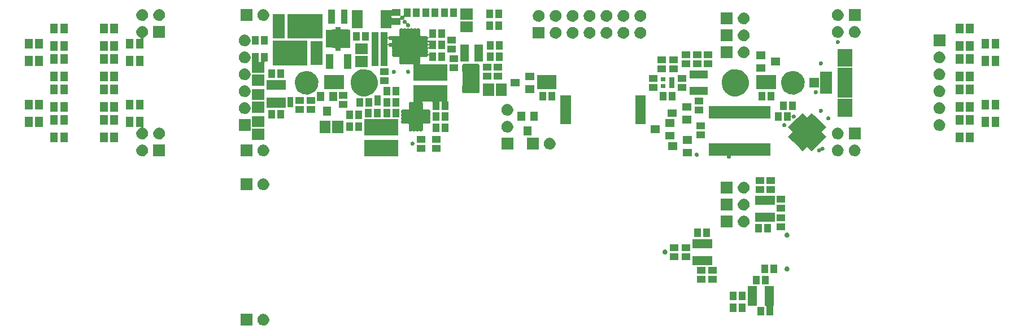
<source format=gts>
G04 (created by PCBNEW (2013-07-07 BZR 4022)-stable) date 2/22/2014 5:21:22 PM*
%MOIN*%
G04 Gerber Fmt 3.4, Leading zero omitted, Abs format*
%FSLAX34Y34*%
G01*
G70*
G90*
G04 APERTURE LIST*
%ADD10C,0.00590551*%
G04 APERTURE END LIST*
G54D10*
G36*
X1930Y16532D02*
X1479Y16532D01*
X1479Y17103D01*
X1930Y17103D01*
X1930Y16532D01*
X1930Y16532D01*
G37*
G36*
X1930Y15502D02*
X1479Y15502D01*
X1479Y16073D01*
X1930Y16073D01*
X1930Y15502D01*
X1930Y15502D01*
G37*
G36*
X1930Y12932D02*
X1479Y12932D01*
X1479Y13503D01*
X1930Y13503D01*
X1930Y12932D01*
X1930Y12932D01*
G37*
G36*
X1930Y11902D02*
X1479Y11902D01*
X1479Y12473D01*
X1930Y12473D01*
X1930Y11902D01*
X1930Y11902D01*
G37*
G36*
X2530Y16532D02*
X2079Y16532D01*
X2079Y17103D01*
X2530Y17103D01*
X2530Y16532D01*
X2530Y16532D01*
G37*
G36*
X2530Y15502D02*
X2079Y15502D01*
X2079Y16073D01*
X2530Y16073D01*
X2530Y15502D01*
X2530Y15502D01*
G37*
G36*
X2530Y12932D02*
X2079Y12932D01*
X2079Y13503D01*
X2530Y13503D01*
X2530Y12932D01*
X2530Y12932D01*
G37*
G36*
X2530Y11902D02*
X2079Y11902D01*
X2079Y12473D01*
X2530Y12473D01*
X2530Y11902D01*
X2530Y11902D01*
G37*
G36*
X3420Y17426D02*
X2969Y17426D01*
X2969Y17997D01*
X3420Y17997D01*
X3420Y17426D01*
X3420Y17426D01*
G37*
G36*
X3420Y16396D02*
X2969Y16396D01*
X2969Y16967D01*
X3420Y16967D01*
X3420Y16396D01*
X3420Y16396D01*
G37*
G36*
X3420Y15626D02*
X2969Y15626D01*
X2969Y16197D01*
X3420Y16197D01*
X3420Y15626D01*
X3420Y15626D01*
G37*
G36*
X3420Y14596D02*
X2969Y14596D01*
X2969Y15167D01*
X3420Y15167D01*
X3420Y14596D01*
X3420Y14596D01*
G37*
G36*
X3420Y13826D02*
X2969Y13826D01*
X2969Y14397D01*
X3420Y14397D01*
X3420Y13826D01*
X3420Y13826D01*
G37*
G36*
X3420Y12796D02*
X2969Y12796D01*
X2969Y13367D01*
X3420Y13367D01*
X3420Y12796D01*
X3420Y12796D01*
G37*
G36*
X3420Y12026D02*
X2969Y12026D01*
X2969Y12597D01*
X3420Y12597D01*
X3420Y12026D01*
X3420Y12026D01*
G37*
G36*
X3420Y10996D02*
X2969Y10996D01*
X2969Y11567D01*
X3420Y11567D01*
X3420Y10996D01*
X3420Y10996D01*
G37*
G36*
X4020Y17426D02*
X3569Y17426D01*
X3569Y17997D01*
X4020Y17997D01*
X4020Y17426D01*
X4020Y17426D01*
G37*
G36*
X4020Y16396D02*
X3569Y16396D01*
X3569Y16967D01*
X4020Y16967D01*
X4020Y16396D01*
X4020Y16396D01*
G37*
G36*
X4020Y15626D02*
X3569Y15626D01*
X3569Y16197D01*
X4020Y16197D01*
X4020Y15626D01*
X4020Y15626D01*
G37*
G36*
X4020Y14596D02*
X3569Y14596D01*
X3569Y15167D01*
X4020Y15167D01*
X4020Y14596D01*
X4020Y14596D01*
G37*
G36*
X4020Y13826D02*
X3569Y13826D01*
X3569Y14397D01*
X4020Y14397D01*
X4020Y13826D01*
X4020Y13826D01*
G37*
G36*
X4020Y12796D02*
X3569Y12796D01*
X3569Y13367D01*
X4020Y13367D01*
X4020Y12796D01*
X4020Y12796D01*
G37*
G36*
X4020Y12026D02*
X3569Y12026D01*
X3569Y12597D01*
X4020Y12597D01*
X4020Y12026D01*
X4020Y12026D01*
G37*
G36*
X4020Y10996D02*
X3569Y10996D01*
X3569Y11567D01*
X4020Y11567D01*
X4020Y10996D01*
X4020Y10996D01*
G37*
G36*
X6370Y17426D02*
X5919Y17426D01*
X5919Y17997D01*
X6370Y17997D01*
X6370Y17426D01*
X6370Y17426D01*
G37*
G36*
X6370Y16396D02*
X5919Y16396D01*
X5919Y16967D01*
X6370Y16967D01*
X6370Y16396D01*
X6370Y16396D01*
G37*
G36*
X6370Y15626D02*
X5919Y15626D01*
X5919Y16197D01*
X6370Y16197D01*
X6370Y15626D01*
X6370Y15626D01*
G37*
G36*
X6370Y14596D02*
X5919Y14596D01*
X5919Y15167D01*
X6370Y15167D01*
X6370Y14596D01*
X6370Y14596D01*
G37*
G36*
X6370Y13826D02*
X5919Y13826D01*
X5919Y14397D01*
X6370Y14397D01*
X6370Y13826D01*
X6370Y13826D01*
G37*
G36*
X6370Y12796D02*
X5919Y12796D01*
X5919Y13367D01*
X6370Y13367D01*
X6370Y12796D01*
X6370Y12796D01*
G37*
G36*
X6370Y12026D02*
X5919Y12026D01*
X5919Y12597D01*
X6370Y12597D01*
X6370Y12026D01*
X6370Y12026D01*
G37*
G36*
X6370Y10996D02*
X5919Y10996D01*
X5919Y11567D01*
X6370Y11567D01*
X6370Y10996D01*
X6370Y10996D01*
G37*
G36*
X6970Y17426D02*
X6519Y17426D01*
X6519Y17997D01*
X6970Y17997D01*
X6970Y17426D01*
X6970Y17426D01*
G37*
G36*
X6970Y16396D02*
X6519Y16396D01*
X6519Y16967D01*
X6970Y16967D01*
X6970Y16396D01*
X6970Y16396D01*
G37*
G36*
X6970Y15626D02*
X6519Y15626D01*
X6519Y16197D01*
X6970Y16197D01*
X6970Y15626D01*
X6970Y15626D01*
G37*
G36*
X6970Y14596D02*
X6519Y14596D01*
X6519Y15167D01*
X6970Y15167D01*
X6970Y14596D01*
X6970Y14596D01*
G37*
G36*
X6970Y13826D02*
X6519Y13826D01*
X6519Y14397D01*
X6970Y14397D01*
X6970Y13826D01*
X6970Y13826D01*
G37*
G36*
X6970Y12796D02*
X6519Y12796D01*
X6519Y13367D01*
X6970Y13367D01*
X6970Y12796D01*
X6970Y12796D01*
G37*
G36*
X6970Y12026D02*
X6519Y12026D01*
X6519Y12597D01*
X6970Y12597D01*
X6970Y12026D01*
X6970Y12026D01*
G37*
G36*
X6970Y10996D02*
X6519Y10996D01*
X6519Y11567D01*
X6970Y11567D01*
X6970Y10996D01*
X6970Y10996D01*
G37*
G36*
X7880Y16532D02*
X7429Y16532D01*
X7429Y17103D01*
X7880Y17103D01*
X7880Y16532D01*
X7880Y16532D01*
G37*
G36*
X7880Y15502D02*
X7429Y15502D01*
X7429Y16073D01*
X7880Y16073D01*
X7880Y15502D01*
X7880Y15502D01*
G37*
G36*
X7880Y12932D02*
X7429Y12932D01*
X7429Y13503D01*
X7880Y13503D01*
X7880Y12932D01*
X7880Y12932D01*
G37*
G36*
X7880Y11902D02*
X7429Y11902D01*
X7429Y12473D01*
X7880Y12473D01*
X7880Y11902D01*
X7880Y11902D01*
G37*
G36*
X8480Y15502D02*
X8029Y15502D01*
X8029Y16073D01*
X8480Y16073D01*
X8480Y15502D01*
X8480Y15502D01*
G37*
G36*
X8480Y12932D02*
X8029Y12932D01*
X8029Y13503D01*
X8480Y13503D01*
X8480Y12932D01*
X8480Y12932D01*
G37*
G36*
X8745Y18531D02*
X8744Y18458D01*
X8728Y18388D01*
X8702Y18330D01*
X8660Y18271D01*
X8615Y18228D01*
X8554Y18189D01*
X8495Y18166D01*
X8423Y18153D01*
X8361Y18155D01*
X8290Y18170D01*
X8233Y18195D01*
X8172Y18237D01*
X8129Y18282D01*
X8090Y18343D01*
X8067Y18401D01*
X8054Y18473D01*
X8054Y18535D01*
X8070Y18607D01*
X8094Y18664D01*
X8136Y18725D01*
X8180Y18768D01*
X8242Y18808D01*
X8299Y18831D01*
X8371Y18845D01*
X8433Y18845D01*
X8505Y18830D01*
X8562Y18806D01*
X8623Y18765D01*
X8666Y18721D01*
X8707Y18659D01*
X8731Y18603D01*
X8745Y18531D01*
X8745Y18531D01*
G37*
G36*
X8745Y17531D02*
X8744Y17458D01*
X8728Y17388D01*
X8702Y17330D01*
X8660Y17271D01*
X8615Y17228D01*
X8554Y17189D01*
X8507Y17171D01*
X8495Y17165D01*
X8485Y17156D01*
X8480Y17143D01*
X8480Y17130D01*
X8480Y16532D01*
X8029Y16532D01*
X8029Y17103D01*
X8272Y17103D01*
X8285Y17103D01*
X8298Y17109D01*
X8308Y17118D01*
X8313Y17131D01*
X8313Y17145D01*
X8308Y17157D01*
X8298Y17167D01*
X8233Y17195D01*
X8172Y17237D01*
X8129Y17282D01*
X8090Y17343D01*
X8067Y17401D01*
X8054Y17473D01*
X8054Y17535D01*
X8070Y17607D01*
X8094Y17664D01*
X8136Y17725D01*
X8180Y17768D01*
X8242Y17808D01*
X8299Y17831D01*
X8371Y17845D01*
X8433Y17845D01*
X8505Y17830D01*
X8562Y17806D01*
X8623Y17765D01*
X8666Y17721D01*
X8707Y17659D01*
X8731Y17603D01*
X8745Y17531D01*
X8745Y17531D01*
G37*
G36*
X8745Y11531D02*
X8744Y11458D01*
X8728Y11388D01*
X8702Y11330D01*
X8660Y11271D01*
X8615Y11228D01*
X8554Y11189D01*
X8495Y11166D01*
X8423Y11153D01*
X8361Y11155D01*
X8290Y11170D01*
X8233Y11195D01*
X8172Y11237D01*
X8129Y11282D01*
X8090Y11343D01*
X8067Y11401D01*
X8054Y11473D01*
X8054Y11535D01*
X8070Y11607D01*
X8094Y11664D01*
X8136Y11725D01*
X8180Y11768D01*
X8242Y11808D01*
X8299Y11831D01*
X8308Y11833D01*
X8321Y11839D01*
X8331Y11848D01*
X8336Y11861D01*
X8336Y11875D01*
X8331Y11887D01*
X8321Y11897D01*
X8308Y11902D01*
X8295Y11902D01*
X8029Y11902D01*
X8029Y12473D01*
X8480Y12473D01*
X8480Y11898D01*
X8476Y11897D01*
X8467Y11887D01*
X8461Y11875D01*
X8461Y11861D01*
X8467Y11848D01*
X8476Y11839D01*
X8489Y11833D01*
X8505Y11830D01*
X8562Y11806D01*
X8623Y11765D01*
X8666Y11721D01*
X8707Y11659D01*
X8731Y11603D01*
X8745Y11531D01*
X8745Y11531D01*
G37*
G36*
X8745Y10531D02*
X8744Y10458D01*
X8728Y10388D01*
X8702Y10330D01*
X8660Y10271D01*
X8615Y10228D01*
X8554Y10189D01*
X8495Y10166D01*
X8423Y10153D01*
X8361Y10155D01*
X8290Y10170D01*
X8233Y10195D01*
X8172Y10237D01*
X8129Y10282D01*
X8090Y10343D01*
X8067Y10401D01*
X8054Y10473D01*
X8054Y10535D01*
X8070Y10607D01*
X8094Y10664D01*
X8136Y10725D01*
X8180Y10768D01*
X8242Y10808D01*
X8299Y10831D01*
X8371Y10845D01*
X8433Y10845D01*
X8505Y10830D01*
X8562Y10806D01*
X8623Y10765D01*
X8666Y10721D01*
X8707Y10659D01*
X8731Y10603D01*
X8745Y10531D01*
X8745Y10531D01*
G37*
G36*
X9745Y18531D02*
X9744Y18458D01*
X9728Y18388D01*
X9702Y18330D01*
X9660Y18271D01*
X9615Y18228D01*
X9554Y18189D01*
X9495Y18166D01*
X9423Y18153D01*
X9361Y18155D01*
X9290Y18170D01*
X9233Y18195D01*
X9172Y18237D01*
X9129Y18282D01*
X9090Y18343D01*
X9067Y18401D01*
X9054Y18473D01*
X9054Y18535D01*
X9070Y18607D01*
X9094Y18664D01*
X9136Y18725D01*
X9180Y18768D01*
X9242Y18808D01*
X9299Y18831D01*
X9371Y18845D01*
X9433Y18845D01*
X9505Y18830D01*
X9562Y18806D01*
X9623Y18765D01*
X9666Y18721D01*
X9707Y18659D01*
X9731Y18603D01*
X9745Y18531D01*
X9745Y18531D01*
G37*
G36*
X9745Y11531D02*
X9744Y11458D01*
X9728Y11388D01*
X9702Y11330D01*
X9660Y11271D01*
X9615Y11228D01*
X9554Y11189D01*
X9495Y11166D01*
X9423Y11153D01*
X9361Y11155D01*
X9290Y11170D01*
X9233Y11195D01*
X9172Y11237D01*
X9129Y11282D01*
X9090Y11343D01*
X9067Y11401D01*
X9054Y11473D01*
X9054Y11535D01*
X9070Y11607D01*
X9094Y11664D01*
X9136Y11725D01*
X9180Y11768D01*
X9242Y11808D01*
X9299Y11831D01*
X9371Y11845D01*
X9433Y11845D01*
X9505Y11830D01*
X9562Y11806D01*
X9623Y11765D01*
X9666Y11721D01*
X9707Y11659D01*
X9731Y11603D01*
X9745Y11531D01*
X9745Y11531D01*
G37*
G36*
X9745Y17154D02*
X9054Y17154D01*
X9054Y17845D01*
X9745Y17845D01*
X9745Y17154D01*
X9745Y17154D01*
G37*
G36*
X9745Y10154D02*
X9054Y10154D01*
X9054Y10845D01*
X9745Y10845D01*
X9745Y10154D01*
X9745Y10154D01*
G37*
G36*
X14795Y17031D02*
X14794Y16958D01*
X14778Y16888D01*
X14752Y16830D01*
X14710Y16771D01*
X14665Y16728D01*
X14604Y16689D01*
X14545Y16666D01*
X14473Y16653D01*
X14411Y16655D01*
X14340Y16670D01*
X14283Y16695D01*
X14222Y16737D01*
X14179Y16782D01*
X14140Y16843D01*
X14117Y16901D01*
X14104Y16973D01*
X14104Y17035D01*
X14120Y17107D01*
X14144Y17164D01*
X14186Y17225D01*
X14230Y17268D01*
X14292Y17308D01*
X14349Y17331D01*
X14421Y17345D01*
X14483Y17345D01*
X14555Y17330D01*
X14612Y17306D01*
X14673Y17265D01*
X14716Y17221D01*
X14757Y17159D01*
X14781Y17103D01*
X14795Y17031D01*
X14795Y17031D01*
G37*
G36*
X14795Y16031D02*
X14794Y15958D01*
X14778Y15888D01*
X14752Y15830D01*
X14710Y15771D01*
X14665Y15728D01*
X14604Y15689D01*
X14545Y15666D01*
X14473Y15653D01*
X14411Y15655D01*
X14340Y15670D01*
X14283Y15695D01*
X14222Y15737D01*
X14179Y15782D01*
X14140Y15843D01*
X14117Y15901D01*
X14104Y15973D01*
X14104Y16035D01*
X14120Y16107D01*
X14144Y16164D01*
X14186Y16225D01*
X14230Y16268D01*
X14292Y16308D01*
X14349Y16331D01*
X14421Y16345D01*
X14483Y16345D01*
X14555Y16330D01*
X14612Y16306D01*
X14673Y16265D01*
X14716Y16221D01*
X14757Y16159D01*
X14781Y16103D01*
X14795Y16031D01*
X14795Y16031D01*
G37*
G36*
X14795Y15031D02*
X14794Y14958D01*
X14778Y14888D01*
X14752Y14830D01*
X14710Y14771D01*
X14665Y14728D01*
X14604Y14689D01*
X14545Y14666D01*
X14473Y14653D01*
X14411Y14655D01*
X14340Y14670D01*
X14283Y14695D01*
X14222Y14737D01*
X14179Y14782D01*
X14140Y14843D01*
X14117Y14901D01*
X14104Y14973D01*
X14104Y15035D01*
X14120Y15107D01*
X14144Y15164D01*
X14186Y15225D01*
X14230Y15268D01*
X14292Y15308D01*
X14349Y15331D01*
X14421Y15345D01*
X14483Y15345D01*
X14555Y15330D01*
X14612Y15306D01*
X14673Y15265D01*
X14716Y15221D01*
X14757Y15159D01*
X14781Y15103D01*
X14795Y15031D01*
X14795Y15031D01*
G37*
G36*
X14795Y14031D02*
X14794Y13958D01*
X14778Y13888D01*
X14752Y13830D01*
X14710Y13771D01*
X14665Y13728D01*
X14604Y13689D01*
X14545Y13666D01*
X14473Y13653D01*
X14411Y13655D01*
X14340Y13670D01*
X14283Y13695D01*
X14222Y13737D01*
X14179Y13782D01*
X14140Y13843D01*
X14117Y13901D01*
X14104Y13973D01*
X14104Y14035D01*
X14120Y14107D01*
X14144Y14164D01*
X14186Y14225D01*
X14230Y14268D01*
X14292Y14308D01*
X14349Y14331D01*
X14421Y14345D01*
X14483Y14345D01*
X14555Y14330D01*
X14612Y14306D01*
X14673Y14265D01*
X14716Y14221D01*
X14757Y14159D01*
X14781Y14103D01*
X14795Y14031D01*
X14795Y14031D01*
G37*
G36*
X14795Y13031D02*
X14794Y12958D01*
X14778Y12888D01*
X14752Y12830D01*
X14710Y12771D01*
X14665Y12728D01*
X14604Y12689D01*
X14545Y12666D01*
X14473Y12653D01*
X14411Y12655D01*
X14340Y12670D01*
X14283Y12695D01*
X14222Y12737D01*
X14179Y12782D01*
X14140Y12843D01*
X14117Y12901D01*
X14104Y12973D01*
X14104Y13035D01*
X14120Y13107D01*
X14144Y13164D01*
X14186Y13225D01*
X14230Y13268D01*
X14292Y13308D01*
X14349Y13331D01*
X14421Y13345D01*
X14483Y13345D01*
X14555Y13330D01*
X14612Y13306D01*
X14673Y13265D01*
X14716Y13221D01*
X14757Y13159D01*
X14781Y13103D01*
X14795Y13031D01*
X14795Y13031D01*
G37*
G36*
X14795Y11654D02*
X14104Y11654D01*
X14104Y12345D01*
X14795Y12345D01*
X14795Y11654D01*
X14795Y11654D01*
G37*
G36*
X14895Y18154D02*
X14204Y18154D01*
X14204Y18845D01*
X14895Y18845D01*
X14895Y18154D01*
X14895Y18154D01*
G37*
G36*
X14895Y10154D02*
X14204Y10154D01*
X14204Y10845D01*
X14895Y10845D01*
X14895Y10154D01*
X14895Y10154D01*
G37*
G36*
X14895Y8154D02*
X14204Y8154D01*
X14204Y8845D01*
X14895Y8845D01*
X14895Y8154D01*
X14895Y8154D01*
G37*
G36*
X14895Y154D02*
X14204Y154D01*
X14204Y845D01*
X14895Y845D01*
X14895Y154D01*
X14895Y154D01*
G37*
G36*
X15283Y16751D02*
X14881Y16751D01*
X14881Y17248D01*
X15283Y17248D01*
X15283Y16751D01*
X15283Y16751D01*
G37*
G36*
X15615Y14323D02*
X14884Y14323D01*
X14884Y14976D01*
X15615Y14976D01*
X15615Y14323D01*
X15615Y14323D01*
G37*
G36*
X15615Y13473D02*
X14884Y13473D01*
X14884Y14126D01*
X15615Y14126D01*
X15615Y13473D01*
X15615Y13473D01*
G37*
G36*
X15615Y12723D02*
X14884Y12723D01*
X14884Y13376D01*
X15615Y13376D01*
X15615Y12723D01*
X15615Y12723D01*
G37*
G36*
X15615Y11873D02*
X14884Y11873D01*
X14884Y12526D01*
X15615Y12526D01*
X15615Y11873D01*
X15615Y11873D01*
G37*
G36*
X15615Y11123D02*
X14884Y11123D01*
X14884Y11776D01*
X15615Y11776D01*
X15615Y11123D01*
X15615Y11123D01*
G37*
G36*
X15818Y16751D02*
X15416Y16751D01*
X15416Y17248D01*
X15818Y17248D01*
X15818Y16751D01*
X15818Y16751D01*
G37*
G36*
X15818Y15751D02*
X15656Y15751D01*
X15643Y15751D01*
X15630Y15746D01*
X15620Y15736D01*
X15615Y15724D01*
X15615Y15710D01*
X15615Y15073D01*
X14884Y15073D01*
X14884Y15710D01*
X14884Y15724D01*
X14881Y15730D01*
X14881Y16248D01*
X15283Y16248D01*
X15283Y15767D01*
X15283Y15754D01*
X15288Y15741D01*
X15298Y15731D01*
X15310Y15726D01*
X15324Y15726D01*
X15375Y15726D01*
X15389Y15726D01*
X15401Y15731D01*
X15411Y15741D01*
X15416Y15754D01*
X15416Y15767D01*
X15416Y16248D01*
X15818Y16248D01*
X15818Y15751D01*
X15818Y15751D01*
G37*
G36*
X15895Y18531D02*
X15894Y18458D01*
X15878Y18388D01*
X15852Y18330D01*
X15810Y18271D01*
X15765Y18228D01*
X15704Y18189D01*
X15645Y18166D01*
X15573Y18153D01*
X15511Y18155D01*
X15440Y18170D01*
X15383Y18195D01*
X15322Y18237D01*
X15279Y18282D01*
X15240Y18343D01*
X15217Y18401D01*
X15204Y18473D01*
X15204Y18535D01*
X15220Y18607D01*
X15244Y18664D01*
X15286Y18725D01*
X15330Y18768D01*
X15392Y18808D01*
X15449Y18831D01*
X15521Y18845D01*
X15583Y18845D01*
X15655Y18830D01*
X15712Y18806D01*
X15773Y18765D01*
X15816Y18721D01*
X15857Y18659D01*
X15881Y18603D01*
X15895Y18531D01*
X15895Y18531D01*
G37*
G36*
X15895Y10531D02*
X15894Y10458D01*
X15878Y10388D01*
X15852Y10330D01*
X15810Y10271D01*
X15765Y10228D01*
X15704Y10189D01*
X15645Y10166D01*
X15573Y10153D01*
X15511Y10155D01*
X15440Y10170D01*
X15383Y10195D01*
X15322Y10237D01*
X15279Y10282D01*
X15240Y10343D01*
X15217Y10401D01*
X15204Y10473D01*
X15204Y10535D01*
X15220Y10607D01*
X15244Y10664D01*
X15286Y10725D01*
X15330Y10768D01*
X15392Y10808D01*
X15449Y10831D01*
X15521Y10845D01*
X15583Y10845D01*
X15655Y10830D01*
X15712Y10806D01*
X15773Y10765D01*
X15816Y10721D01*
X15857Y10659D01*
X15881Y10603D01*
X15895Y10531D01*
X15895Y10531D01*
G37*
G36*
X15895Y8531D02*
X15894Y8458D01*
X15878Y8388D01*
X15852Y8330D01*
X15810Y8271D01*
X15765Y8228D01*
X15704Y8189D01*
X15645Y8166D01*
X15573Y8153D01*
X15511Y8155D01*
X15440Y8170D01*
X15383Y8195D01*
X15322Y8237D01*
X15279Y8282D01*
X15240Y8343D01*
X15217Y8401D01*
X15204Y8473D01*
X15204Y8535D01*
X15220Y8607D01*
X15244Y8664D01*
X15286Y8725D01*
X15330Y8768D01*
X15392Y8808D01*
X15449Y8831D01*
X15521Y8845D01*
X15583Y8845D01*
X15655Y8830D01*
X15712Y8806D01*
X15773Y8765D01*
X15816Y8721D01*
X15857Y8659D01*
X15881Y8603D01*
X15895Y8531D01*
X15895Y8531D01*
G37*
G36*
X15895Y531D02*
X15894Y458D01*
X15878Y388D01*
X15852Y330D01*
X15810Y271D01*
X15765Y228D01*
X15704Y189D01*
X15645Y166D01*
X15573Y153D01*
X15511Y155D01*
X15440Y170D01*
X15383Y195D01*
X15322Y237D01*
X15279Y282D01*
X15240Y343D01*
X15217Y401D01*
X15204Y473D01*
X15204Y535D01*
X15220Y607D01*
X15244Y664D01*
X15286Y725D01*
X15330Y768D01*
X15392Y808D01*
X15449Y831D01*
X15521Y845D01*
X15583Y845D01*
X15655Y830D01*
X15712Y806D01*
X15773Y765D01*
X15816Y721D01*
X15857Y659D01*
X15881Y603D01*
X15895Y531D01*
X15895Y531D01*
G37*
G36*
X16233Y14801D02*
X15831Y14801D01*
X15831Y15298D01*
X16233Y15298D01*
X16233Y14801D01*
X16233Y14801D01*
G37*
G36*
X16233Y12401D02*
X15831Y12401D01*
X15831Y12898D01*
X16233Y12898D01*
X16233Y12401D01*
X16233Y12401D01*
G37*
G36*
X16768Y14801D02*
X16366Y14801D01*
X16366Y15298D01*
X16768Y15298D01*
X16768Y14801D01*
X16768Y14801D01*
G37*
G36*
X16768Y12401D02*
X16366Y12401D01*
X16366Y12898D01*
X16768Y12898D01*
X16768Y12401D01*
X16768Y12401D01*
G37*
G36*
X16796Y17131D02*
X16103Y17131D01*
X16103Y17814D01*
X16103Y17828D01*
X16103Y17847D01*
X16103Y17861D01*
X16103Y18544D01*
X16796Y18544D01*
X16796Y17861D01*
X16796Y17847D01*
X16796Y17828D01*
X16796Y17814D01*
X16796Y17131D01*
X16796Y17131D01*
G37*
G36*
X16862Y14094D02*
X16529Y14094D01*
X16516Y14094D01*
X16457Y14094D01*
X16444Y14094D01*
X16155Y14094D01*
X16142Y14094D01*
X16083Y14094D01*
X16070Y14094D01*
X15737Y14094D01*
X15737Y14668D01*
X16070Y14668D01*
X16083Y14668D01*
X16142Y14668D01*
X16155Y14668D01*
X16444Y14668D01*
X16457Y14668D01*
X16516Y14668D01*
X16529Y14668D01*
X16862Y14668D01*
X16862Y14094D01*
X16862Y14094D01*
G37*
G36*
X16862Y13031D02*
X16529Y13031D01*
X16516Y13031D01*
X16457Y13031D01*
X16444Y13031D01*
X16155Y13031D01*
X16142Y13031D01*
X16083Y13031D01*
X16070Y13031D01*
X15737Y13031D01*
X15737Y13605D01*
X16070Y13605D01*
X16083Y13605D01*
X16142Y13605D01*
X16155Y13605D01*
X16444Y13605D01*
X16457Y13605D01*
X16516Y13605D01*
X16529Y13605D01*
X16862Y13605D01*
X16862Y13031D01*
X16862Y13031D01*
G37*
G36*
X17325Y13039D02*
X16974Y13039D01*
X16974Y13318D01*
X16974Y13331D01*
X16974Y13368D01*
X16974Y13381D01*
X16974Y13660D01*
X17325Y13660D01*
X17325Y13381D01*
X17325Y13368D01*
X17325Y13331D01*
X17325Y13318D01*
X17325Y13039D01*
X17325Y13039D01*
G37*
G36*
X17948Y13266D02*
X17451Y13266D01*
X17451Y13668D01*
X17948Y13668D01*
X17948Y13266D01*
X17948Y13266D01*
G37*
G36*
X17948Y12731D02*
X17451Y12731D01*
X17451Y13133D01*
X17948Y13133D01*
X17948Y12731D01*
X17948Y12731D01*
G37*
G36*
X18159Y15530D02*
X16104Y15530D01*
X16104Y16994D01*
X18159Y16994D01*
X18159Y15530D01*
X18159Y15530D01*
G37*
G36*
X18598Y13266D02*
X18101Y13266D01*
X18101Y13668D01*
X18598Y13668D01*
X18598Y13266D01*
X18598Y13266D01*
G37*
G36*
X18598Y12731D02*
X18101Y12731D01*
X18101Y13133D01*
X18598Y13133D01*
X18598Y12731D01*
X18598Y12731D01*
G37*
G36*
X18795Y14565D02*
X18793Y14414D01*
X18762Y14277D01*
X18708Y14157D01*
X18627Y14041D01*
X18532Y13951D01*
X18412Y13875D01*
X18290Y13827D01*
X18150Y13803D01*
X18019Y13805D01*
X17881Y13836D01*
X17761Y13888D01*
X17645Y13969D01*
X17554Y14063D01*
X17477Y14183D01*
X17429Y14304D01*
X17403Y14444D01*
X17405Y14574D01*
X17434Y14714D01*
X17486Y14833D01*
X17566Y14951D01*
X17659Y15042D01*
X17779Y15120D01*
X17899Y15169D01*
X18039Y15196D01*
X18169Y15195D01*
X18309Y15166D01*
X18429Y15116D01*
X18547Y15036D01*
X18639Y14944D01*
X18718Y14825D01*
X18767Y14705D01*
X18795Y14565D01*
X18795Y14565D01*
G37*
G36*
X19045Y17105D02*
X16990Y17105D01*
X16990Y18569D01*
X19045Y18569D01*
X19045Y17105D01*
X19045Y17105D01*
G37*
G36*
X19046Y15555D02*
X18353Y15555D01*
X18353Y16238D01*
X18353Y16252D01*
X18353Y16271D01*
X18353Y16285D01*
X18353Y16968D01*
X19046Y16968D01*
X19046Y16285D01*
X19046Y16271D01*
X19046Y16252D01*
X19046Y16238D01*
X19046Y15555D01*
X19046Y15555D01*
G37*
G36*
X19153Y13415D02*
X18696Y13415D01*
X18696Y13950D01*
X19153Y13950D01*
X19153Y13415D01*
X19153Y13415D01*
G37*
G36*
X19526Y11534D02*
X18873Y11534D01*
X18873Y12265D01*
X19526Y12265D01*
X19526Y11534D01*
X19526Y11534D01*
G37*
G36*
X19528Y12549D02*
X19071Y12549D01*
X19071Y13084D01*
X19528Y13084D01*
X19528Y12549D01*
X19528Y12549D01*
G37*
G36*
X19676Y15324D02*
X19260Y15324D01*
X19260Y15480D01*
X19260Y15494D01*
X19260Y15611D01*
X19260Y15625D01*
X19260Y15677D01*
X19260Y15691D01*
X19260Y15808D01*
X19260Y15822D01*
X19260Y15874D01*
X19260Y15888D01*
X19260Y16005D01*
X19260Y16019D01*
X19260Y16175D01*
X19676Y16175D01*
X19676Y16019D01*
X19676Y16005D01*
X19676Y15888D01*
X19676Y15874D01*
X19676Y15822D01*
X19676Y15808D01*
X19676Y15691D01*
X19676Y15677D01*
X19676Y15625D01*
X19676Y15611D01*
X19676Y15494D01*
X19676Y15480D01*
X19676Y15324D01*
X19676Y15324D01*
G37*
G36*
X19764Y17990D02*
X19387Y17990D01*
X19387Y18205D01*
X19387Y18219D01*
X19387Y18324D01*
X19387Y18338D01*
X19387Y18461D01*
X19387Y18475D01*
X19387Y18580D01*
X19387Y18594D01*
X19387Y18809D01*
X19764Y18809D01*
X19764Y18594D01*
X19764Y18580D01*
X19764Y18475D01*
X19764Y18461D01*
X19764Y18338D01*
X19764Y18324D01*
X19764Y18219D01*
X19764Y18205D01*
X19764Y17990D01*
X19764Y17990D01*
G37*
G36*
X19903Y13415D02*
X19446Y13415D01*
X19446Y13950D01*
X19903Y13950D01*
X19903Y13415D01*
X19903Y13415D01*
G37*
G36*
X20276Y11534D02*
X19623Y11534D01*
X19623Y12265D01*
X20276Y12265D01*
X20276Y11534D01*
X20276Y11534D01*
G37*
G36*
X20295Y14104D02*
X19786Y14104D01*
X19773Y14104D01*
X19676Y14104D01*
X19663Y14104D01*
X19154Y14104D01*
X19154Y14513D01*
X19154Y14523D01*
X19154Y14526D01*
X19154Y14536D01*
X19154Y14945D01*
X19663Y14945D01*
X19676Y14945D01*
X19773Y14945D01*
X19786Y14945D01*
X20295Y14945D01*
X20295Y14536D01*
X20295Y14526D01*
X20295Y14523D01*
X20295Y14513D01*
X20295Y14104D01*
X20295Y14104D01*
G37*
G36*
X20498Y13566D02*
X20001Y13566D01*
X20001Y13968D01*
X20498Y13968D01*
X20498Y13566D01*
X20498Y13566D01*
G37*
G36*
X20498Y13031D02*
X20001Y13031D01*
X20001Y13433D01*
X20498Y13433D01*
X20498Y13031D01*
X20498Y13031D01*
G37*
G36*
X20512Y17990D02*
X20135Y17990D01*
X20135Y18205D01*
X20135Y18219D01*
X20135Y18324D01*
X20135Y18338D01*
X20135Y18461D01*
X20135Y18475D01*
X20135Y18580D01*
X20135Y18594D01*
X20135Y18809D01*
X20512Y18809D01*
X20512Y18594D01*
X20512Y18580D01*
X20512Y18475D01*
X20512Y18461D01*
X20512Y18338D01*
X20512Y18324D01*
X20512Y18219D01*
X20512Y18205D01*
X20512Y17990D01*
X20512Y17990D01*
G37*
G36*
X20670Y16566D02*
X20593Y16566D01*
X20579Y16566D01*
X20567Y16561D01*
X20557Y16551D01*
X20555Y16547D01*
X20146Y16547D01*
X20132Y16547D01*
X20120Y16541D01*
X20110Y16532D01*
X20105Y16519D01*
X20105Y16505D01*
X20105Y16397D01*
X19794Y16397D01*
X19794Y16505D01*
X19794Y16519D01*
X19789Y16532D01*
X19779Y16541D01*
X19767Y16547D01*
X19753Y16547D01*
X19631Y16547D01*
X19631Y16549D01*
X19626Y16561D01*
X19616Y16571D01*
X19603Y16576D01*
X19590Y16576D01*
X19229Y16576D01*
X19229Y16791D01*
X19229Y16804D01*
X19229Y16883D01*
X19229Y16896D01*
X19229Y17047D01*
X19229Y17060D01*
X19229Y17139D01*
X19229Y17152D01*
X19229Y17303D01*
X19229Y17316D01*
X19229Y17395D01*
X19229Y17408D01*
X19229Y17623D01*
X19590Y17623D01*
X19603Y17623D01*
X19616Y17628D01*
X19626Y17638D01*
X19631Y17650D01*
X19631Y17652D01*
X19753Y17652D01*
X19767Y17652D01*
X19779Y17658D01*
X19789Y17667D01*
X19794Y17680D01*
X19794Y17694D01*
X19794Y17802D01*
X20105Y17802D01*
X20105Y17694D01*
X20105Y17680D01*
X20110Y17667D01*
X20120Y17658D01*
X20132Y17652D01*
X20146Y17652D01*
X20555Y17652D01*
X20557Y17648D01*
X20567Y17638D01*
X20579Y17633D01*
X20593Y17633D01*
X20670Y17633D01*
X20670Y17418D01*
X20670Y17404D01*
X20670Y17306D01*
X20670Y17293D01*
X20670Y17162D01*
X20670Y17148D01*
X20670Y17051D01*
X20670Y17037D01*
X20670Y16906D01*
X20670Y16893D01*
X20670Y16795D01*
X20670Y16781D01*
X20670Y16566D01*
X20670Y16566D01*
G37*
G36*
X20739Y15324D02*
X20323Y15324D01*
X20323Y15480D01*
X20323Y15494D01*
X20323Y15611D01*
X20323Y15625D01*
X20323Y15677D01*
X20323Y15691D01*
X20323Y15808D01*
X20323Y15822D01*
X20323Y15874D01*
X20323Y15888D01*
X20323Y16005D01*
X20323Y16019D01*
X20323Y16175D01*
X20739Y16175D01*
X20739Y16019D01*
X20739Y16005D01*
X20739Y15888D01*
X20739Y15874D01*
X20739Y15822D01*
X20739Y15808D01*
X20739Y15691D01*
X20739Y15677D01*
X20739Y15625D01*
X20739Y15611D01*
X20739Y15494D01*
X20739Y15480D01*
X20739Y15324D01*
X20739Y15324D01*
G37*
G36*
X20833Y12351D02*
X20431Y12351D01*
X20431Y12848D01*
X20833Y12848D01*
X20833Y12351D01*
X20833Y12351D01*
G37*
G36*
X20833Y11651D02*
X20431Y11651D01*
X20431Y12148D01*
X20833Y12148D01*
X20833Y11651D01*
X20833Y11651D01*
G37*
G36*
X21233Y17001D02*
X20831Y17001D01*
X20831Y17498D01*
X21233Y17498D01*
X21233Y17001D01*
X21233Y17001D01*
G37*
G36*
X21368Y12351D02*
X20966Y12351D01*
X20966Y12848D01*
X21368Y12848D01*
X21368Y12351D01*
X21368Y12351D01*
G37*
G36*
X21368Y11651D02*
X20966Y11651D01*
X20966Y12148D01*
X21368Y12148D01*
X21368Y11651D01*
X21368Y11651D01*
G37*
G36*
X21420Y17720D02*
X20779Y17720D01*
X20779Y17935D01*
X20779Y17948D01*
X20779Y18039D01*
X20779Y18052D01*
X20779Y18191D01*
X20779Y18204D01*
X20779Y18295D01*
X20779Y18308D01*
X20779Y18447D01*
X20779Y18460D01*
X20779Y18551D01*
X20779Y18564D01*
X20779Y18779D01*
X21420Y18779D01*
X21420Y18564D01*
X21420Y18551D01*
X21420Y18460D01*
X21420Y18447D01*
X21420Y18308D01*
X21420Y18295D01*
X21420Y18204D01*
X21420Y18191D01*
X21420Y18052D01*
X21420Y18039D01*
X21420Y17948D01*
X21420Y17935D01*
X21420Y17720D01*
X21420Y17720D01*
G37*
G36*
X21433Y13101D02*
X21031Y13101D01*
X21031Y13598D01*
X21433Y13598D01*
X21433Y13101D01*
X21433Y13101D01*
G37*
G36*
X21715Y16173D02*
X20984Y16173D01*
X20984Y16826D01*
X21715Y16826D01*
X21715Y16173D01*
X21715Y16173D01*
G37*
G36*
X21715Y15423D02*
X20984Y15423D01*
X20984Y16076D01*
X21715Y16076D01*
X21715Y15423D01*
X21715Y15423D01*
G37*
G36*
X21768Y17001D02*
X21366Y17001D01*
X21366Y17498D01*
X21768Y17498D01*
X21768Y17001D01*
X21768Y17001D01*
G37*
G36*
X21933Y12451D02*
X21531Y12451D01*
X21531Y12948D01*
X21933Y12948D01*
X21933Y12451D01*
X21933Y12451D01*
G37*
G36*
X21968Y13101D02*
X21566Y13101D01*
X21566Y13598D01*
X21968Y13598D01*
X21968Y13101D01*
X21968Y13101D01*
G37*
G36*
X22300Y14575D02*
X22298Y14401D01*
X22262Y14243D01*
X22200Y14105D01*
X22107Y13972D01*
X21997Y13867D01*
X21860Y13781D01*
X21718Y13726D01*
X21558Y13698D01*
X21407Y13701D01*
X21248Y13736D01*
X21110Y13796D01*
X20976Y13889D01*
X20871Y13998D01*
X20783Y14134D01*
X20727Y14275D01*
X20698Y14435D01*
X20700Y14586D01*
X20734Y14746D01*
X20793Y14884D01*
X20885Y15019D01*
X20993Y15124D01*
X21130Y15214D01*
X21269Y15270D01*
X21430Y15301D01*
X21580Y15300D01*
X21740Y15267D01*
X21879Y15208D01*
X22015Y15117D01*
X22121Y15010D01*
X22211Y14874D01*
X22268Y14735D01*
X22300Y14575D01*
X22300Y14575D01*
G37*
G36*
X22333Y15501D02*
X21931Y15501D01*
X21931Y15960D01*
X21931Y15974D01*
X21931Y16025D01*
X21931Y16039D01*
X21931Y16460D01*
X21931Y16474D01*
X21931Y16525D01*
X21931Y16539D01*
X21931Y16960D01*
X21931Y16974D01*
X21931Y17025D01*
X21931Y17039D01*
X21931Y17498D01*
X22333Y17498D01*
X22333Y17039D01*
X22333Y17025D01*
X22333Y16974D01*
X22333Y16960D01*
X22333Y16539D01*
X22333Y16525D01*
X22333Y16474D01*
X22333Y16460D01*
X22333Y16039D01*
X22333Y16025D01*
X22333Y15974D01*
X22333Y15960D01*
X22333Y15501D01*
X22333Y15501D01*
G37*
G36*
X22468Y12451D02*
X22066Y12451D01*
X22066Y12948D01*
X22468Y12948D01*
X22468Y12451D01*
X22468Y12451D01*
G37*
G36*
X22475Y13139D02*
X22124Y13139D01*
X22124Y13418D01*
X22124Y13431D01*
X22124Y13468D01*
X22124Y13481D01*
X22124Y13760D01*
X22475Y13760D01*
X22475Y13481D01*
X22475Y13468D01*
X22475Y13431D01*
X22475Y13418D01*
X22475Y13139D01*
X22475Y13139D01*
G37*
G36*
X22948Y14966D02*
X22451Y14966D01*
X22451Y15368D01*
X22948Y15368D01*
X22948Y14966D01*
X22948Y14966D01*
G37*
G36*
X22948Y14431D02*
X22451Y14431D01*
X22451Y14833D01*
X22948Y14833D01*
X22948Y14431D01*
X22948Y14431D01*
G37*
G36*
X23033Y13751D02*
X22631Y13751D01*
X22631Y14248D01*
X23033Y14248D01*
X23033Y13751D01*
X23033Y13751D01*
G37*
G36*
X23033Y13101D02*
X22631Y13101D01*
X22631Y13598D01*
X23033Y13598D01*
X23033Y13101D01*
X23033Y13101D01*
G37*
G36*
X23033Y12451D02*
X22631Y12451D01*
X22631Y12948D01*
X23033Y12948D01*
X23033Y12451D01*
X23033Y12451D01*
G37*
G36*
X23370Y15159D02*
X23370Y15137D01*
X23363Y15109D01*
X23356Y15092D01*
X23339Y15069D01*
X23326Y15056D01*
X23302Y15040D01*
X23285Y15034D01*
X23256Y15029D01*
X23238Y15029D01*
X23210Y15035D01*
X23193Y15043D01*
X23169Y15059D01*
X23157Y15072D01*
X23141Y15097D01*
X23134Y15113D01*
X23129Y15142D01*
X23129Y15160D01*
X23135Y15189D01*
X23142Y15205D01*
X23159Y15230D01*
X23171Y15242D01*
X23196Y15258D01*
X23212Y15265D01*
X23242Y15270D01*
X23259Y15270D01*
X23288Y15264D01*
X23304Y15257D01*
X23329Y15241D01*
X23341Y15228D01*
X23358Y15203D01*
X23364Y15188D01*
X23370Y15159D01*
X23370Y15159D01*
G37*
G36*
X23495Y11386D02*
X21504Y11386D01*
X21504Y12354D01*
X23495Y12354D01*
X23495Y11386D01*
X23495Y11386D01*
G37*
G36*
X23495Y10165D02*
X21504Y10165D01*
X21504Y11134D01*
X23495Y11134D01*
X23495Y10165D01*
X23495Y10165D01*
G37*
G36*
X23568Y13751D02*
X23166Y13751D01*
X23166Y14248D01*
X23568Y14248D01*
X23568Y13751D01*
X23568Y13751D01*
G37*
G36*
X23568Y13101D02*
X23166Y13101D01*
X23166Y13598D01*
X23568Y13598D01*
X23568Y13101D01*
X23568Y13101D01*
G37*
G36*
X23568Y12451D02*
X23166Y12451D01*
X23166Y12948D01*
X23568Y12948D01*
X23568Y12451D01*
X23568Y12451D01*
G37*
G36*
X24220Y15159D02*
X24220Y15137D01*
X24213Y15109D01*
X24206Y15092D01*
X24189Y15069D01*
X24176Y15056D01*
X24152Y15040D01*
X24135Y15034D01*
X24106Y15029D01*
X24088Y15029D01*
X24060Y15035D01*
X24043Y15043D01*
X24019Y15059D01*
X24007Y15072D01*
X23991Y15097D01*
X23984Y15113D01*
X23979Y15142D01*
X23979Y15160D01*
X23985Y15189D01*
X23992Y15205D01*
X24009Y15230D01*
X24021Y15242D01*
X24046Y15258D01*
X24062Y15265D01*
X24092Y15270D01*
X24109Y15270D01*
X24138Y15264D01*
X24154Y15257D01*
X24179Y15241D01*
X24191Y15228D01*
X24208Y15203D01*
X24214Y15188D01*
X24220Y15159D01*
X24220Y15159D01*
G37*
G36*
X24470Y10909D02*
X24470Y10887D01*
X24463Y10859D01*
X24456Y10842D01*
X24439Y10819D01*
X24426Y10806D01*
X24402Y10790D01*
X24385Y10784D01*
X24356Y10779D01*
X24338Y10779D01*
X24310Y10785D01*
X24293Y10793D01*
X24269Y10809D01*
X24257Y10822D01*
X24241Y10847D01*
X24234Y10863D01*
X24229Y10892D01*
X24229Y10910D01*
X24235Y10939D01*
X24242Y10955D01*
X24259Y10980D01*
X24271Y10992D01*
X24296Y11008D01*
X24312Y11015D01*
X24342Y11020D01*
X24359Y11020D01*
X24388Y11014D01*
X24404Y11007D01*
X24429Y10991D01*
X24441Y10978D01*
X24458Y10953D01*
X24464Y10938D01*
X24470Y10909D01*
X24470Y10909D01*
G37*
G36*
X24768Y18401D02*
X24366Y18401D01*
X24366Y18898D01*
X24768Y18898D01*
X24768Y18401D01*
X24768Y18401D01*
G37*
G36*
X25098Y10966D02*
X24601Y10966D01*
X24601Y11368D01*
X25098Y11368D01*
X25098Y10966D01*
X25098Y10966D01*
G37*
G36*
X25098Y10431D02*
X24601Y10431D01*
X24601Y10833D01*
X25098Y10833D01*
X25098Y10431D01*
X25098Y10431D01*
G37*
G36*
X25333Y18401D02*
X24931Y18401D01*
X24931Y18898D01*
X25333Y18898D01*
X25333Y18401D01*
X25333Y18401D01*
G37*
G36*
X25868Y18401D02*
X25466Y18401D01*
X25466Y18898D01*
X25868Y18898D01*
X25868Y18401D01*
X25868Y18401D01*
G37*
G36*
X25933Y12251D02*
X25531Y12251D01*
X25531Y12748D01*
X25933Y12748D01*
X25933Y12251D01*
X25933Y12251D01*
G37*
G36*
X25933Y11601D02*
X25531Y11601D01*
X25531Y12098D01*
X25933Y12098D01*
X25933Y11601D01*
X25933Y11601D01*
G37*
G36*
X25998Y10966D02*
X25501Y10966D01*
X25501Y11368D01*
X25998Y11368D01*
X25998Y10966D01*
X25998Y10966D01*
G37*
G36*
X25998Y10431D02*
X25501Y10431D01*
X25501Y10833D01*
X25998Y10833D01*
X25998Y10431D01*
X25998Y10431D01*
G37*
G36*
X26268Y17151D02*
X25866Y17151D01*
X25866Y17648D01*
X26268Y17648D01*
X26268Y17151D01*
X26268Y17151D01*
G37*
G36*
X26268Y16501D02*
X25866Y16501D01*
X25866Y16998D01*
X26268Y16998D01*
X26268Y16501D01*
X26268Y16501D01*
G37*
G36*
X26268Y15801D02*
X25866Y15801D01*
X25866Y16298D01*
X26268Y16298D01*
X26268Y15801D01*
X26268Y15801D01*
G37*
G36*
X26395Y14615D02*
X24404Y14615D01*
X24404Y15554D01*
X24404Y15567D01*
X24398Y15580D01*
X24389Y15590D01*
X24376Y15595D01*
X24362Y15595D01*
X24350Y15590D01*
X24345Y15587D01*
X24321Y15580D01*
X24297Y15578D01*
X24273Y15581D01*
X24250Y15588D01*
X24228Y15600D01*
X24219Y15607D01*
X24206Y15612D01*
X24193Y15612D01*
X24180Y15607D01*
X24169Y15598D01*
X24148Y15587D01*
X24124Y15580D01*
X24100Y15578D01*
X24076Y15581D01*
X24053Y15588D01*
X24031Y15600D01*
X24022Y15607D01*
X24009Y15612D01*
X23996Y15612D01*
X23983Y15607D01*
X23972Y15598D01*
X23951Y15587D01*
X23927Y15580D01*
X23904Y15578D01*
X23879Y15581D01*
X23856Y15588D01*
X23834Y15600D01*
X23825Y15607D01*
X23813Y15612D01*
X23799Y15612D01*
X23786Y15607D01*
X23776Y15598D01*
X23755Y15587D01*
X23731Y15580D01*
X23707Y15578D01*
X23682Y15581D01*
X23659Y15588D01*
X23637Y15600D01*
X23619Y15615D01*
X23603Y15634D01*
X23592Y15655D01*
X23585Y15679D01*
X23582Y15710D01*
X23582Y15979D01*
X23582Y15981D01*
X23582Y15987D01*
X23582Y15987D01*
X23583Y15992D01*
X23583Y16005D01*
X23578Y16018D01*
X23568Y16028D01*
X23555Y16033D01*
X23542Y16033D01*
X23529Y16032D01*
X23260Y16032D01*
X23258Y16032D01*
X23252Y16032D01*
X23252Y16032D01*
X23227Y16035D01*
X23227Y16035D01*
X23227Y16035D01*
X23204Y16042D01*
X23182Y16054D01*
X23164Y16070D01*
X23148Y16089D01*
X23137Y16110D01*
X23130Y16134D01*
X23128Y16158D01*
X23131Y16183D01*
X23138Y16206D01*
X23150Y16227D01*
X23157Y16236D01*
X23162Y16249D01*
X23162Y16263D01*
X23157Y16275D01*
X23148Y16286D01*
X23137Y16307D01*
X23130Y16331D01*
X23128Y16355D01*
X23131Y16380D01*
X23138Y16403D01*
X23150Y16424D01*
X23157Y16433D01*
X23162Y16446D01*
X23162Y16460D01*
X23157Y16472D01*
X23148Y16483D01*
X23139Y16500D01*
X23139Y16998D01*
X23139Y17012D01*
X23134Y17024D01*
X23124Y17034D01*
X23112Y17039D01*
X23098Y17039D01*
X23085Y17034D01*
X23056Y17029D01*
X23038Y17029D01*
X23010Y17035D01*
X22993Y17043D01*
X22969Y17059D01*
X22957Y17072D01*
X22941Y17097D01*
X22936Y17108D01*
X22931Y17120D01*
X22921Y17130D01*
X22909Y17135D01*
X22895Y17135D01*
X22883Y17130D01*
X22873Y17120D01*
X22868Y17108D01*
X22868Y17094D01*
X22868Y17039D01*
X22868Y17025D01*
X22868Y16974D01*
X22868Y16960D01*
X22868Y16806D01*
X22868Y16792D01*
X22873Y16779D01*
X22883Y16770D01*
X22895Y16765D01*
X22909Y16765D01*
X22921Y16770D01*
X22931Y16779D01*
X22942Y16805D01*
X22959Y16830D01*
X22971Y16842D01*
X22996Y16858D01*
X23012Y16865D01*
X23042Y16870D01*
X23059Y16870D01*
X23089Y16864D01*
X23095Y16861D01*
X23108Y16861D01*
X23121Y16867D01*
X23131Y16876D01*
X23136Y16889D01*
X23136Y16903D01*
X23130Y16922D01*
X23128Y16945D01*
X23131Y16970D01*
X23139Y16998D01*
X23139Y16500D01*
X23137Y16504D01*
X23130Y16528D01*
X23128Y16552D01*
X23131Y16576D01*
X23137Y16597D01*
X23137Y16611D01*
X23132Y16623D01*
X23122Y16633D01*
X23110Y16638D01*
X23096Y16638D01*
X23085Y16634D01*
X23056Y16629D01*
X23038Y16629D01*
X23010Y16635D01*
X22993Y16643D01*
X22969Y16659D01*
X22957Y16672D01*
X22941Y16697D01*
X22936Y16708D01*
X22931Y16720D01*
X22921Y16730D01*
X22909Y16735D01*
X22895Y16735D01*
X22883Y16730D01*
X22873Y16720D01*
X22868Y16708D01*
X22868Y16694D01*
X22868Y16539D01*
X22868Y16525D01*
X22868Y16474D01*
X22868Y16460D01*
X22868Y16039D01*
X22868Y16025D01*
X22868Y15974D01*
X22868Y15960D01*
X22868Y15501D01*
X22466Y15501D01*
X22466Y15960D01*
X22466Y15974D01*
X22466Y16025D01*
X22466Y16039D01*
X22466Y16460D01*
X22466Y16474D01*
X22466Y16525D01*
X22466Y16539D01*
X22466Y16960D01*
X22466Y16974D01*
X22466Y17025D01*
X22466Y17039D01*
X22466Y17498D01*
X22868Y17498D01*
X22868Y17206D01*
X22868Y17192D01*
X22873Y17179D01*
X22883Y17170D01*
X22895Y17165D01*
X22909Y17165D01*
X22921Y17170D01*
X22931Y17179D01*
X22942Y17205D01*
X22959Y17230D01*
X22971Y17242D01*
X22996Y17258D01*
X23012Y17265D01*
X23042Y17270D01*
X23059Y17270D01*
X23088Y17264D01*
X23104Y17257D01*
X23129Y17240D01*
X23133Y17236D01*
X23146Y17231D01*
X23160Y17231D01*
X23172Y17236D01*
X23184Y17246D01*
X23205Y17257D01*
X23229Y17264D01*
X23260Y17267D01*
X23529Y17267D01*
X23531Y17267D01*
X23537Y17267D01*
X23537Y17267D01*
X23542Y17266D01*
X23555Y17266D01*
X23568Y17271D01*
X23578Y17281D01*
X23583Y17294D01*
X23583Y17307D01*
X23582Y17320D01*
X23582Y17589D01*
X23582Y17591D01*
X23582Y17597D01*
X23582Y17597D01*
X23585Y17622D01*
X23585Y17622D01*
X23585Y17622D01*
X23592Y17645D01*
X23604Y17667D01*
X23620Y17685D01*
X23639Y17701D01*
X23660Y17712D01*
X23684Y17719D01*
X23708Y17721D01*
X23733Y17718D01*
X23756Y17711D01*
X23777Y17699D01*
X23786Y17692D01*
X23799Y17687D01*
X23813Y17687D01*
X23825Y17692D01*
X23836Y17701D01*
X23857Y17712D01*
X23881Y17719D01*
X23905Y17721D01*
X23930Y17718D01*
X23953Y17711D01*
X23974Y17699D01*
X23983Y17692D01*
X23996Y17687D01*
X24010Y17687D01*
X24022Y17692D01*
X24033Y17701D01*
X24054Y17712D01*
X24066Y17715D01*
X24079Y17721D01*
X24088Y17730D01*
X24094Y17743D01*
X24094Y17756D01*
X24088Y17769D01*
X24079Y17779D01*
X24066Y17784D01*
X24060Y17785D01*
X24043Y17793D01*
X24019Y17809D01*
X24007Y17822D01*
X23991Y17847D01*
X23984Y17863D01*
X23979Y17892D01*
X23979Y17910D01*
X23985Y17939D01*
X23989Y17948D01*
X23989Y17961D01*
X23984Y17974D01*
X23974Y17984D01*
X23961Y17989D01*
X23948Y17989D01*
X23935Y17984D01*
X23906Y17979D01*
X23888Y17979D01*
X23860Y17985D01*
X23843Y17993D01*
X23819Y18009D01*
X23807Y18022D01*
X23791Y18047D01*
X23784Y18063D01*
X23779Y18092D01*
X23779Y18110D01*
X23785Y18139D01*
X23792Y18155D01*
X23808Y18178D01*
X23813Y18190D01*
X23813Y18204D01*
X23808Y18217D01*
X23798Y18226D01*
X23785Y18232D01*
X23772Y18232D01*
X23756Y18229D01*
X23738Y18229D01*
X23710Y18235D01*
X23701Y18239D01*
X23689Y18244D01*
X23675Y18244D01*
X23663Y18239D01*
X23653Y18229D01*
X23652Y18228D01*
X23652Y18425D01*
X23652Y18439D01*
X23647Y18451D01*
X23638Y18461D01*
X23625Y18466D01*
X23611Y18466D01*
X23161Y18466D01*
X23148Y18466D01*
X23135Y18461D01*
X23125Y18451D01*
X23120Y18439D01*
X23120Y18425D01*
X23120Y18374D01*
X23120Y18360D01*
X23125Y18348D01*
X23135Y18338D01*
X23148Y18333D01*
X23161Y18333D01*
X23588Y18333D01*
X23602Y18333D01*
X23614Y18338D01*
X23624Y18348D01*
X23629Y18360D01*
X23635Y18389D01*
X23642Y18405D01*
X23647Y18413D01*
X23652Y18425D01*
X23652Y18228D01*
X23648Y18217D01*
X23648Y18203D01*
X23648Y17931D01*
X23625Y17931D01*
X23611Y17931D01*
X23161Y17931D01*
X23148Y17931D01*
X23135Y17926D01*
X23125Y17916D01*
X23120Y17904D01*
X23120Y17890D01*
X23120Y17720D01*
X22479Y17720D01*
X22479Y17935D01*
X22479Y17948D01*
X22479Y18039D01*
X22479Y18052D01*
X22479Y18191D01*
X22479Y18204D01*
X22479Y18295D01*
X22479Y18308D01*
X22479Y18447D01*
X22479Y18460D01*
X22479Y18551D01*
X22479Y18564D01*
X22479Y18779D01*
X23110Y18779D01*
X23124Y18779D01*
X23136Y18784D01*
X23146Y18794D01*
X23151Y18807D01*
X23151Y18820D01*
X23151Y18868D01*
X23648Y18868D01*
X23648Y18496D01*
X23648Y18483D01*
X23653Y18470D01*
X23663Y18460D01*
X23675Y18455D01*
X23689Y18455D01*
X23712Y18465D01*
X23742Y18470D01*
X23759Y18470D01*
X23789Y18464D01*
X23790Y18463D01*
X23804Y18463D01*
X23816Y18469D01*
X23826Y18478D01*
X23831Y18491D01*
X23831Y18505D01*
X23831Y18898D01*
X24233Y18898D01*
X24233Y18401D01*
X23911Y18401D01*
X23897Y18401D01*
X23885Y18396D01*
X23875Y18386D01*
X23870Y18374D01*
X23870Y18360D01*
X23870Y18359D01*
X23870Y18337D01*
X23863Y18309D01*
X23856Y18292D01*
X23841Y18271D01*
X23836Y18259D01*
X23836Y18245D01*
X23841Y18232D01*
X23851Y18223D01*
X23863Y18217D01*
X23877Y18217D01*
X23892Y18220D01*
X23909Y18220D01*
X23938Y18214D01*
X23954Y18207D01*
X23979Y18191D01*
X23991Y18178D01*
X24008Y18153D01*
X24014Y18138D01*
X24020Y18109D01*
X24020Y18087D01*
X24013Y18058D01*
X24010Y18051D01*
X24010Y18038D01*
X24016Y18025D01*
X24025Y18015D01*
X24038Y18010D01*
X24052Y18010D01*
X24062Y18015D01*
X24092Y18020D01*
X24109Y18020D01*
X24138Y18014D01*
X24154Y18007D01*
X24179Y17991D01*
X24191Y17978D01*
X24208Y17953D01*
X24214Y17938D01*
X24220Y17909D01*
X24220Y17887D01*
X24213Y17859D01*
X24206Y17842D01*
X24189Y17819D01*
X24176Y17806D01*
X24152Y17790D01*
X24136Y17784D01*
X24123Y17779D01*
X24113Y17769D01*
X24108Y17757D01*
X24108Y17743D01*
X24113Y17730D01*
X24123Y17721D01*
X24136Y17716D01*
X24149Y17711D01*
X24171Y17699D01*
X24180Y17692D01*
X24193Y17687D01*
X24206Y17687D01*
X24219Y17692D01*
X24230Y17701D01*
X24251Y17712D01*
X24275Y17719D01*
X24299Y17721D01*
X24323Y17718D01*
X24346Y17711D01*
X24368Y17699D01*
X24377Y17692D01*
X24390Y17687D01*
X24403Y17687D01*
X24416Y17692D01*
X24427Y17701D01*
X24448Y17712D01*
X24472Y17719D01*
X24495Y17721D01*
X24520Y17718D01*
X24543Y17711D01*
X24565Y17699D01*
X24574Y17692D01*
X24586Y17687D01*
X24600Y17687D01*
X24613Y17692D01*
X24623Y17701D01*
X24644Y17712D01*
X24668Y17719D01*
X24692Y17721D01*
X24717Y17718D01*
X24740Y17711D01*
X24762Y17699D01*
X24780Y17684D01*
X24796Y17665D01*
X24807Y17644D01*
X24814Y17620D01*
X24817Y17589D01*
X24817Y17320D01*
X24817Y17318D01*
X24817Y17312D01*
X24817Y17312D01*
X24816Y17307D01*
X24816Y17294D01*
X24821Y17281D01*
X24831Y17271D01*
X24844Y17266D01*
X24857Y17266D01*
X24870Y17267D01*
X25139Y17267D01*
X25141Y17267D01*
X25147Y17267D01*
X25147Y17267D01*
X25172Y17264D01*
X25172Y17264D01*
X25172Y17264D01*
X25195Y17257D01*
X25217Y17245D01*
X25235Y17229D01*
X25251Y17210D01*
X25262Y17189D01*
X25263Y17186D01*
X25268Y17173D01*
X25278Y17163D01*
X25290Y17158D01*
X25304Y17158D01*
X25316Y17163D01*
X25326Y17173D01*
X25331Y17186D01*
X25331Y17199D01*
X25331Y17648D01*
X25733Y17648D01*
X25733Y17151D01*
X25310Y17151D01*
X25297Y17151D01*
X25284Y17146D01*
X25274Y17136D01*
X25269Y17124D01*
X25268Y17116D01*
X25261Y17093D01*
X25249Y17072D01*
X25242Y17063D01*
X25237Y17050D01*
X25237Y17036D01*
X25242Y17024D01*
X25251Y17013D01*
X25262Y16992D01*
X25263Y16989D01*
X25268Y16976D01*
X25278Y16966D01*
X25290Y16961D01*
X25304Y16961D01*
X25316Y16966D01*
X25326Y16976D01*
X25331Y16989D01*
X25331Y16998D01*
X25733Y16998D01*
X25733Y16501D01*
X25331Y16501D01*
X25331Y16507D01*
X25331Y16595D01*
X25331Y16609D01*
X25331Y16691D01*
X25331Y16704D01*
X25331Y16792D01*
X25331Y16806D01*
X25331Y16887D01*
X25331Y16901D01*
X25326Y16914D01*
X25316Y16923D01*
X25304Y16929D01*
X25290Y16929D01*
X25278Y16923D01*
X25268Y16914D01*
X25263Y16901D01*
X25261Y16896D01*
X25249Y16875D01*
X25242Y16866D01*
X25237Y16853D01*
X25237Y16839D01*
X25242Y16827D01*
X25251Y16816D01*
X25262Y16795D01*
X25263Y16792D01*
X25268Y16779D01*
X25278Y16770D01*
X25290Y16764D01*
X25304Y16764D01*
X25316Y16770D01*
X25326Y16779D01*
X25331Y16792D01*
X25331Y16704D01*
X25326Y16717D01*
X25316Y16726D01*
X25304Y16732D01*
X25290Y16732D01*
X25278Y16726D01*
X25268Y16717D01*
X25263Y16704D01*
X25261Y16700D01*
X25249Y16678D01*
X25242Y16669D01*
X25237Y16656D01*
X25237Y16643D01*
X25242Y16630D01*
X25251Y16619D01*
X25262Y16598D01*
X25263Y16595D01*
X25268Y16582D01*
X25278Y16573D01*
X25290Y16568D01*
X25304Y16568D01*
X25316Y16573D01*
X25326Y16582D01*
X25331Y16595D01*
X25331Y16507D01*
X25326Y16520D01*
X25316Y16530D01*
X25304Y16535D01*
X25290Y16535D01*
X25278Y16530D01*
X25268Y16520D01*
X25263Y16507D01*
X25261Y16503D01*
X25249Y16481D01*
X25242Y16472D01*
X25237Y16459D01*
X25237Y16446D01*
X25242Y16433D01*
X25251Y16422D01*
X25262Y16401D01*
X25269Y16377D01*
X25271Y16354D01*
X25269Y16339D01*
X25269Y16325D01*
X25270Y16325D01*
X25268Y16323D01*
X25263Y16311D01*
X25261Y16306D01*
X25249Y16284D01*
X25242Y16275D01*
X25237Y16263D01*
X25237Y16249D01*
X25242Y16236D01*
X25251Y16226D01*
X25262Y16205D01*
X25263Y16201D01*
X25268Y16189D01*
X25278Y16179D01*
X25290Y16174D01*
X25304Y16174D01*
X25316Y16179D01*
X25326Y16189D01*
X25331Y16201D01*
X25331Y16215D01*
X25331Y16297D01*
X25331Y16298D01*
X25733Y16298D01*
X25733Y15801D01*
X25331Y15801D01*
X25331Y16100D01*
X25331Y16114D01*
X25326Y16126D01*
X25316Y16136D01*
X25304Y16141D01*
X25290Y16141D01*
X25278Y16136D01*
X25268Y16126D01*
X25263Y16114D01*
X25261Y16109D01*
X25249Y16087D01*
X25234Y16069D01*
X25215Y16053D01*
X25194Y16042D01*
X25170Y16035D01*
X25139Y16032D01*
X24870Y16032D01*
X24868Y16032D01*
X24862Y16032D01*
X24862Y16032D01*
X24857Y16033D01*
X24844Y16033D01*
X24831Y16028D01*
X24821Y16018D01*
X24816Y16005D01*
X24816Y15992D01*
X24817Y15979D01*
X24817Y15710D01*
X24817Y15708D01*
X24817Y15702D01*
X24817Y15702D01*
X24814Y15677D01*
X24814Y15677D01*
X24814Y15677D01*
X24807Y15654D01*
X24797Y15637D01*
X24792Y15625D01*
X24792Y15611D01*
X24797Y15598D01*
X24807Y15589D01*
X24820Y15584D01*
X24833Y15584D01*
X26395Y15584D01*
X26395Y14615D01*
X26395Y14615D01*
G37*
G36*
X26433Y18401D02*
X26031Y18401D01*
X26031Y18898D01*
X26433Y18898D01*
X26433Y18401D01*
X26433Y18401D01*
G37*
G36*
X26468Y12901D02*
X26066Y12901D01*
X26066Y13354D01*
X26066Y13367D01*
X26061Y13380D01*
X26051Y13390D01*
X26039Y13395D01*
X26025Y13395D01*
X25974Y13395D01*
X25960Y13395D01*
X25948Y13390D01*
X25938Y13380D01*
X25933Y13367D01*
X25933Y13354D01*
X25933Y12901D01*
X25531Y12901D01*
X25531Y13354D01*
X25531Y13367D01*
X25526Y13380D01*
X25516Y13390D01*
X25504Y13395D01*
X25490Y13395D01*
X24968Y13395D01*
X24954Y13395D01*
X24942Y13390D01*
X24932Y13380D01*
X24927Y13367D01*
X24927Y13354D01*
X24932Y13341D01*
X24949Y13320D01*
X24960Y13299D01*
X24968Y13275D01*
X24971Y13244D01*
X24971Y12971D01*
X24971Y12969D01*
X24970Y12963D01*
X24970Y12963D01*
X24970Y12960D01*
X24970Y12947D01*
X24975Y12934D01*
X24984Y12925D01*
X24997Y12920D01*
X25011Y12920D01*
X25021Y12921D01*
X25294Y12921D01*
X25296Y12921D01*
X25302Y12920D01*
X25303Y12920D01*
X25327Y12917D01*
X25327Y12917D01*
X25327Y12917D01*
X25350Y12910D01*
X25372Y12898D01*
X25390Y12883D01*
X25406Y12863D01*
X25417Y12842D01*
X25424Y12818D01*
X25426Y12794D01*
X25423Y12769D01*
X25416Y12746D01*
X25405Y12725D01*
X25397Y12716D01*
X25392Y12703D01*
X25392Y12689D01*
X25397Y12677D01*
X25406Y12666D01*
X25417Y12645D01*
X25424Y12621D01*
X25426Y12597D01*
X25423Y12573D01*
X25416Y12550D01*
X25405Y12528D01*
X25397Y12519D01*
X25392Y12506D01*
X25392Y12493D01*
X25397Y12480D01*
X25406Y12469D01*
X25417Y12448D01*
X25424Y12424D01*
X25426Y12400D01*
X25423Y12376D01*
X25416Y12353D01*
X25405Y12331D01*
X25397Y12322D01*
X25392Y12309D01*
X25392Y12296D01*
X25397Y12283D01*
X25406Y12272D01*
X25417Y12251D01*
X25424Y12227D01*
X25426Y12204D01*
X25423Y12179D01*
X25416Y12156D01*
X25405Y12134D01*
X25389Y12116D01*
X25370Y12100D01*
X25349Y12089D01*
X25325Y12081D01*
X25294Y12078D01*
X25021Y12078D01*
X25019Y12078D01*
X25013Y12079D01*
X25013Y12079D01*
X25010Y12079D01*
X24997Y12079D01*
X24984Y12074D01*
X24975Y12065D01*
X24970Y12052D01*
X24970Y12038D01*
X24971Y12028D01*
X24971Y11755D01*
X24971Y11753D01*
X24970Y11747D01*
X24970Y11746D01*
X24967Y11722D01*
X24967Y11722D01*
X24967Y11722D01*
X24960Y11699D01*
X24948Y11677D01*
X24933Y11659D01*
X24913Y11643D01*
X24892Y11632D01*
X24868Y11625D01*
X24844Y11623D01*
X24819Y11626D01*
X24796Y11633D01*
X24775Y11644D01*
X24766Y11652D01*
X24753Y11657D01*
X24739Y11657D01*
X24727Y11652D01*
X24716Y11643D01*
X24695Y11632D01*
X24671Y11625D01*
X24647Y11623D01*
X24623Y11626D01*
X24600Y11633D01*
X24578Y11644D01*
X24569Y11652D01*
X24556Y11657D01*
X24543Y11657D01*
X24530Y11652D01*
X24519Y11643D01*
X24498Y11632D01*
X24474Y11625D01*
X24450Y11623D01*
X24426Y11626D01*
X24403Y11633D01*
X24381Y11644D01*
X24372Y11652D01*
X24359Y11657D01*
X24346Y11657D01*
X24333Y11652D01*
X24322Y11643D01*
X24301Y11632D01*
X24277Y11625D01*
X24254Y11623D01*
X24229Y11626D01*
X24206Y11633D01*
X24184Y11644D01*
X24166Y11660D01*
X24150Y11679D01*
X24139Y11700D01*
X24131Y11724D01*
X24128Y11755D01*
X24128Y12028D01*
X24128Y12030D01*
X24129Y12036D01*
X24129Y12036D01*
X24129Y12039D01*
X24129Y12052D01*
X24124Y12065D01*
X24115Y12074D01*
X24102Y12079D01*
X24088Y12079D01*
X24078Y12078D01*
X23805Y12078D01*
X23803Y12078D01*
X23797Y12079D01*
X23796Y12079D01*
X23772Y12082D01*
X23772Y12082D01*
X23772Y12082D01*
X23749Y12089D01*
X23727Y12101D01*
X23709Y12116D01*
X23693Y12136D01*
X23682Y12157D01*
X23675Y12181D01*
X23673Y12205D01*
X23676Y12230D01*
X23683Y12253D01*
X23694Y12274D01*
X23702Y12283D01*
X23707Y12296D01*
X23707Y12310D01*
X23702Y12322D01*
X23693Y12333D01*
X23682Y12354D01*
X23675Y12378D01*
X23673Y12402D01*
X23676Y12426D01*
X23683Y12449D01*
X23694Y12471D01*
X23702Y12480D01*
X23707Y12493D01*
X23707Y12506D01*
X23702Y12519D01*
X23693Y12530D01*
X23682Y12551D01*
X23675Y12575D01*
X23673Y12599D01*
X23676Y12623D01*
X23683Y12646D01*
X23694Y12668D01*
X23702Y12677D01*
X23707Y12690D01*
X23707Y12703D01*
X23702Y12716D01*
X23693Y12727D01*
X23682Y12748D01*
X23675Y12772D01*
X23673Y12795D01*
X23676Y12820D01*
X23683Y12843D01*
X23694Y12865D01*
X23710Y12883D01*
X23729Y12899D01*
X23750Y12910D01*
X23774Y12918D01*
X23805Y12921D01*
X24078Y12921D01*
X24080Y12921D01*
X24086Y12920D01*
X24086Y12920D01*
X24089Y12920D01*
X24102Y12920D01*
X24115Y12925D01*
X24124Y12934D01*
X24129Y12947D01*
X24129Y12961D01*
X24128Y12971D01*
X24128Y13244D01*
X24128Y13246D01*
X24129Y13252D01*
X24129Y13253D01*
X24132Y13277D01*
X24132Y13277D01*
X24132Y13277D01*
X24139Y13300D01*
X24151Y13322D01*
X24166Y13340D01*
X24186Y13356D01*
X24207Y13367D01*
X24231Y13374D01*
X24255Y13376D01*
X24280Y13373D01*
X24303Y13366D01*
X24324Y13355D01*
X24333Y13347D01*
X24346Y13342D01*
X24360Y13342D01*
X24372Y13347D01*
X24383Y13356D01*
X24389Y13359D01*
X24398Y13369D01*
X24404Y13381D01*
X24404Y13395D01*
X24404Y14363D01*
X26395Y14363D01*
X26395Y13439D01*
X26395Y13425D01*
X26401Y13413D01*
X26410Y13403D01*
X26423Y13398D01*
X26437Y13398D01*
X26468Y13398D01*
X26468Y12901D01*
X26468Y12901D01*
G37*
G36*
X26468Y12251D02*
X26066Y12251D01*
X26066Y12748D01*
X26468Y12748D01*
X26468Y12251D01*
X26468Y12251D01*
G37*
G36*
X26468Y11601D02*
X26066Y11601D01*
X26066Y12098D01*
X26468Y12098D01*
X26468Y11601D01*
X26468Y11601D01*
G37*
G36*
X26898Y16816D02*
X26401Y16816D01*
X26401Y17218D01*
X26898Y17218D01*
X26898Y16816D01*
X26898Y16816D01*
G37*
G36*
X26898Y16281D02*
X26401Y16281D01*
X26401Y16683D01*
X26898Y16683D01*
X26898Y16281D01*
X26898Y16281D01*
G37*
G36*
X26968Y18401D02*
X26566Y18401D01*
X26566Y18898D01*
X26968Y18898D01*
X26968Y18401D01*
X26968Y18401D01*
G37*
G36*
X27048Y15716D02*
X26551Y15716D01*
X26551Y16118D01*
X27048Y16118D01*
X27048Y15716D01*
X27048Y15716D01*
G37*
G36*
X27048Y15181D02*
X26551Y15181D01*
X26551Y15583D01*
X27048Y15583D01*
X27048Y15181D01*
X27048Y15181D01*
G37*
G36*
X27671Y15746D02*
X27175Y15746D01*
X27175Y16753D01*
X27671Y16753D01*
X27671Y15746D01*
X27671Y15746D01*
G37*
G36*
X27915Y18223D02*
X27184Y18223D01*
X27184Y18876D01*
X27915Y18876D01*
X27915Y18223D01*
X27915Y18223D01*
G37*
G36*
X27915Y17473D02*
X27184Y17473D01*
X27184Y18126D01*
X27915Y18126D01*
X27915Y17473D01*
X27915Y17473D01*
G37*
G36*
X28312Y13998D02*
X28312Y13996D01*
X28312Y13990D01*
X28312Y13990D01*
X28309Y13967D01*
X28309Y13967D01*
X28309Y13966D01*
X28302Y13945D01*
X28291Y13924D01*
X28276Y13907D01*
X28258Y13892D01*
X28238Y13882D01*
X28215Y13875D01*
X28193Y13873D01*
X28169Y13875D01*
X28147Y13882D01*
X28134Y13889D01*
X28121Y13895D01*
X28108Y13895D01*
X28095Y13889D01*
X28080Y13882D01*
X28058Y13875D01*
X28035Y13873D01*
X28012Y13875D01*
X27990Y13882D01*
X27977Y13889D01*
X27964Y13895D01*
X27950Y13895D01*
X27938Y13889D01*
X27923Y13882D01*
X27900Y13875D01*
X27878Y13873D01*
X27854Y13875D01*
X27832Y13882D01*
X27819Y13889D01*
X27806Y13895D01*
X27793Y13895D01*
X27780Y13889D01*
X27765Y13882D01*
X27743Y13875D01*
X27720Y13873D01*
X27697Y13875D01*
X27675Y13882D01*
X27662Y13889D01*
X27649Y13895D01*
X27635Y13895D01*
X27623Y13889D01*
X27608Y13882D01*
X27585Y13875D01*
X27563Y13873D01*
X27539Y13875D01*
X27517Y13882D01*
X27504Y13889D01*
X27491Y13895D01*
X27478Y13895D01*
X27465Y13889D01*
X27451Y13882D01*
X27428Y13875D01*
X27405Y13873D01*
X27382Y13875D01*
X27360Y13882D01*
X27339Y13893D01*
X27322Y13908D01*
X27307Y13926D01*
X27296Y13946D01*
X27289Y13969D01*
X27287Y13998D01*
X27287Y14284D01*
X27287Y14286D01*
X27287Y14292D01*
X27287Y14292D01*
X27290Y14315D01*
X27290Y14316D01*
X27290Y14316D01*
X27296Y14335D01*
X27296Y14348D01*
X27296Y15150D01*
X27296Y15164D01*
X27289Y15185D01*
X27287Y15215D01*
X27287Y15501D01*
X27287Y15503D01*
X27287Y15509D01*
X27287Y15509D01*
X27290Y15532D01*
X27290Y15532D01*
X27290Y15533D01*
X27297Y15554D01*
X27308Y15575D01*
X27323Y15592D01*
X27341Y15607D01*
X27361Y15617D01*
X27384Y15624D01*
X27406Y15626D01*
X27430Y15624D01*
X27452Y15617D01*
X27465Y15610D01*
X27478Y15604D01*
X27491Y15604D01*
X27504Y15610D01*
X27519Y15617D01*
X27541Y15624D01*
X27564Y15626D01*
X27587Y15624D01*
X27609Y15617D01*
X27622Y15610D01*
X27635Y15604D01*
X27649Y15604D01*
X27661Y15610D01*
X27676Y15617D01*
X27699Y15624D01*
X27721Y15626D01*
X27745Y15624D01*
X27767Y15617D01*
X27780Y15610D01*
X27793Y15604D01*
X27806Y15604D01*
X27819Y15610D01*
X27834Y15617D01*
X27856Y15624D01*
X27879Y15626D01*
X27902Y15624D01*
X27924Y15617D01*
X27937Y15610D01*
X27950Y15604D01*
X27964Y15604D01*
X27976Y15610D01*
X27991Y15617D01*
X28014Y15624D01*
X28036Y15626D01*
X28060Y15624D01*
X28082Y15617D01*
X28095Y15610D01*
X28108Y15604D01*
X28121Y15604D01*
X28134Y15610D01*
X28148Y15617D01*
X28171Y15624D01*
X28194Y15626D01*
X28217Y15624D01*
X28239Y15617D01*
X28260Y15606D01*
X28277Y15591D01*
X28292Y15573D01*
X28303Y15553D01*
X28310Y15530D01*
X28312Y15501D01*
X28312Y15215D01*
X28312Y15213D01*
X28312Y15207D01*
X28312Y15207D01*
X28309Y15184D01*
X28309Y15183D01*
X28309Y15183D01*
X28303Y15164D01*
X28303Y15151D01*
X28303Y14349D01*
X28303Y14335D01*
X28310Y14314D01*
X28312Y14284D01*
X28312Y13998D01*
X28312Y13998D01*
G37*
G36*
X28497Y15746D02*
X28002Y15746D01*
X28002Y16753D01*
X28497Y16753D01*
X28497Y15746D01*
X28497Y15746D01*
G37*
G36*
X28998Y15216D02*
X28501Y15216D01*
X28501Y15618D01*
X28998Y15618D01*
X28998Y15216D01*
X28998Y15216D01*
G37*
G36*
X28998Y14681D02*
X28501Y14681D01*
X28501Y15083D01*
X28998Y15083D01*
X28998Y14681D01*
X28998Y14681D01*
G37*
G36*
X29108Y18326D02*
X28706Y18326D01*
X28706Y18823D01*
X29108Y18823D01*
X29108Y18326D01*
X29108Y18326D01*
G37*
G36*
X29108Y17626D02*
X28706Y17626D01*
X28706Y18123D01*
X29108Y18123D01*
X29108Y17626D01*
X29108Y17626D01*
G37*
G36*
X29133Y16451D02*
X28731Y16451D01*
X28731Y16948D01*
X29133Y16948D01*
X29133Y16451D01*
X29133Y16451D01*
G37*
G36*
X29133Y15801D02*
X28731Y15801D01*
X28731Y16298D01*
X29133Y16298D01*
X29133Y15801D01*
X29133Y15801D01*
G37*
G36*
X29176Y13734D02*
X28523Y13734D01*
X28523Y14465D01*
X29176Y14465D01*
X29176Y13734D01*
X29176Y13734D01*
G37*
G36*
X29643Y18326D02*
X29241Y18326D01*
X29241Y18823D01*
X29643Y18823D01*
X29643Y18326D01*
X29643Y18326D01*
G37*
G36*
X29643Y17626D02*
X29241Y17626D01*
X29241Y18123D01*
X29643Y18123D01*
X29643Y17626D01*
X29643Y17626D01*
G37*
G36*
X29648Y15216D02*
X29151Y15216D01*
X29151Y15618D01*
X29648Y15618D01*
X29648Y15216D01*
X29648Y15216D01*
G37*
G36*
X29648Y14681D02*
X29151Y14681D01*
X29151Y15083D01*
X29648Y15083D01*
X29648Y14681D01*
X29648Y14681D01*
G37*
G36*
X29668Y16451D02*
X29266Y16451D01*
X29266Y16948D01*
X29668Y16948D01*
X29668Y16451D01*
X29668Y16451D01*
G37*
G36*
X29668Y15801D02*
X29266Y15801D01*
X29266Y16298D01*
X29668Y16298D01*
X29668Y15801D01*
X29668Y15801D01*
G37*
G36*
X29926Y13734D02*
X29273Y13734D01*
X29273Y14465D01*
X29926Y14465D01*
X29926Y13734D01*
X29926Y13734D01*
G37*
G36*
X30295Y12931D02*
X30294Y12858D01*
X30278Y12788D01*
X30252Y12730D01*
X30210Y12671D01*
X30165Y12628D01*
X30104Y12589D01*
X30045Y12566D01*
X29973Y12553D01*
X29911Y12555D01*
X29840Y12570D01*
X29783Y12595D01*
X29722Y12637D01*
X29679Y12682D01*
X29640Y12743D01*
X29617Y12801D01*
X29604Y12873D01*
X29604Y12935D01*
X29620Y13007D01*
X29644Y13064D01*
X29686Y13125D01*
X29730Y13168D01*
X29792Y13208D01*
X29849Y13231D01*
X29921Y13245D01*
X29983Y13245D01*
X30055Y13230D01*
X30112Y13206D01*
X30173Y13165D01*
X30216Y13121D01*
X30257Y13059D01*
X30281Y13003D01*
X30295Y12931D01*
X30295Y12931D01*
G37*
G36*
X30295Y11931D02*
X30294Y11858D01*
X30278Y11788D01*
X30252Y11730D01*
X30210Y11671D01*
X30165Y11628D01*
X30104Y11589D01*
X30045Y11566D01*
X29973Y11553D01*
X29911Y11555D01*
X29840Y11570D01*
X29783Y11595D01*
X29722Y11637D01*
X29679Y11682D01*
X29640Y11743D01*
X29617Y11801D01*
X29604Y11873D01*
X29604Y11935D01*
X29620Y12007D01*
X29644Y12064D01*
X29686Y12125D01*
X29730Y12168D01*
X29792Y12208D01*
X29849Y12231D01*
X29921Y12245D01*
X29983Y12245D01*
X30055Y12230D01*
X30112Y12206D01*
X30173Y12165D01*
X30216Y12121D01*
X30257Y12059D01*
X30281Y12003D01*
X30295Y11931D01*
X30295Y11931D01*
G37*
G36*
X30295Y10554D02*
X29604Y10554D01*
X29604Y11245D01*
X30295Y11245D01*
X30295Y10554D01*
X30295Y10554D01*
G37*
G36*
X30684Y14271D02*
X30149Y14271D01*
X30149Y14728D01*
X30684Y14728D01*
X30684Y14271D01*
X30684Y14271D01*
G37*
G36*
X31003Y12265D02*
X30546Y12265D01*
X30546Y12800D01*
X31003Y12800D01*
X31003Y12265D01*
X31003Y12265D01*
G37*
G36*
X31378Y11399D02*
X30921Y11399D01*
X30921Y11934D01*
X31378Y11934D01*
X31378Y11399D01*
X31378Y11399D01*
G37*
G36*
X31550Y14646D02*
X31015Y14646D01*
X31015Y15103D01*
X31550Y15103D01*
X31550Y14646D01*
X31550Y14646D01*
G37*
G36*
X31550Y13896D02*
X31015Y13896D01*
X31015Y14353D01*
X31550Y14353D01*
X31550Y13896D01*
X31550Y13896D01*
G37*
G36*
X31753Y12265D02*
X31296Y12265D01*
X31296Y12800D01*
X31753Y12800D01*
X31753Y12265D01*
X31753Y12265D01*
G37*
G36*
X31795Y10554D02*
X31104Y10554D01*
X31104Y11245D01*
X31795Y11245D01*
X31795Y10554D01*
X31795Y10554D01*
G37*
G36*
X32145Y18481D02*
X32144Y18408D01*
X32128Y18338D01*
X32102Y18280D01*
X32060Y18221D01*
X32015Y18178D01*
X31954Y18139D01*
X31895Y18116D01*
X31823Y18103D01*
X31761Y18105D01*
X31690Y18120D01*
X31633Y18145D01*
X31572Y18187D01*
X31529Y18232D01*
X31490Y18293D01*
X31467Y18351D01*
X31454Y18423D01*
X31454Y18485D01*
X31470Y18557D01*
X31494Y18614D01*
X31536Y18675D01*
X31580Y18718D01*
X31642Y18758D01*
X31699Y18781D01*
X31771Y18795D01*
X31833Y18795D01*
X31905Y18780D01*
X31962Y18756D01*
X32023Y18715D01*
X32066Y18671D01*
X32107Y18609D01*
X32131Y18553D01*
X32145Y18481D01*
X32145Y18481D01*
G37*
G36*
X32145Y17104D02*
X31454Y17104D01*
X31454Y17795D01*
X32145Y17795D01*
X32145Y17104D01*
X32145Y17104D01*
G37*
G36*
X32233Y13451D02*
X31831Y13451D01*
X31831Y13948D01*
X32233Y13948D01*
X32233Y13451D01*
X32233Y13451D01*
G37*
G36*
X32768Y13451D02*
X32366Y13451D01*
X32366Y13948D01*
X32768Y13948D01*
X32768Y13451D01*
X32768Y13451D01*
G37*
G36*
X32795Y10931D02*
X32794Y10858D01*
X32778Y10788D01*
X32752Y10730D01*
X32710Y10671D01*
X32665Y10628D01*
X32604Y10589D01*
X32545Y10566D01*
X32473Y10553D01*
X32411Y10555D01*
X32340Y10570D01*
X32283Y10595D01*
X32222Y10637D01*
X32179Y10682D01*
X32140Y10743D01*
X32117Y10801D01*
X32104Y10873D01*
X32104Y10935D01*
X32120Y11007D01*
X32144Y11064D01*
X32186Y11125D01*
X32230Y11168D01*
X32292Y11208D01*
X32349Y11231D01*
X32421Y11245D01*
X32483Y11245D01*
X32555Y11230D01*
X32612Y11206D01*
X32673Y11165D01*
X32716Y11121D01*
X32757Y11059D01*
X32781Y11003D01*
X32795Y10931D01*
X32795Y10931D01*
G37*
G36*
X32845Y14104D02*
X32336Y14104D01*
X32323Y14104D01*
X32226Y14104D01*
X32213Y14104D01*
X31704Y14104D01*
X31704Y14513D01*
X31704Y14523D01*
X31704Y14526D01*
X31704Y14536D01*
X31704Y14945D01*
X32213Y14945D01*
X32226Y14945D01*
X32323Y14945D01*
X32336Y14945D01*
X32845Y14945D01*
X32845Y14536D01*
X32845Y14526D01*
X32845Y14523D01*
X32845Y14513D01*
X32845Y14104D01*
X32845Y14104D01*
G37*
G36*
X33145Y18481D02*
X33144Y18408D01*
X33128Y18338D01*
X33102Y18280D01*
X33060Y18221D01*
X33015Y18178D01*
X32954Y18139D01*
X32895Y18116D01*
X32823Y18103D01*
X32761Y18105D01*
X32690Y18120D01*
X32633Y18145D01*
X32572Y18187D01*
X32529Y18232D01*
X32490Y18293D01*
X32467Y18351D01*
X32454Y18423D01*
X32454Y18485D01*
X32470Y18557D01*
X32494Y18614D01*
X32536Y18675D01*
X32580Y18718D01*
X32642Y18758D01*
X32699Y18781D01*
X32771Y18795D01*
X32833Y18795D01*
X32905Y18780D01*
X32962Y18756D01*
X33023Y18715D01*
X33066Y18671D01*
X33107Y18609D01*
X33131Y18553D01*
X33145Y18481D01*
X33145Y18481D01*
G37*
G36*
X33145Y17481D02*
X33144Y17408D01*
X33128Y17338D01*
X33102Y17280D01*
X33060Y17221D01*
X33015Y17178D01*
X32954Y17139D01*
X32895Y17116D01*
X32823Y17103D01*
X32761Y17105D01*
X32690Y17120D01*
X32633Y17145D01*
X32572Y17187D01*
X32529Y17232D01*
X32490Y17293D01*
X32467Y17351D01*
X32454Y17423D01*
X32454Y17485D01*
X32470Y17557D01*
X32494Y17614D01*
X32536Y17675D01*
X32580Y17718D01*
X32642Y17758D01*
X32699Y17781D01*
X32771Y17795D01*
X32833Y17795D01*
X32905Y17780D01*
X32962Y17756D01*
X33023Y17715D01*
X33066Y17671D01*
X33107Y17609D01*
X33131Y17553D01*
X33145Y17481D01*
X33145Y17481D01*
G37*
G36*
X33702Y12041D02*
X33088Y12041D01*
X33088Y13758D01*
X33702Y13758D01*
X33702Y12041D01*
X33702Y12041D01*
G37*
G36*
X34145Y18481D02*
X34144Y18408D01*
X34128Y18338D01*
X34102Y18280D01*
X34060Y18221D01*
X34015Y18178D01*
X33954Y18139D01*
X33895Y18116D01*
X33823Y18103D01*
X33761Y18105D01*
X33690Y18120D01*
X33633Y18145D01*
X33572Y18187D01*
X33529Y18232D01*
X33490Y18293D01*
X33467Y18351D01*
X33454Y18423D01*
X33454Y18485D01*
X33470Y18557D01*
X33494Y18614D01*
X33536Y18675D01*
X33580Y18718D01*
X33642Y18758D01*
X33699Y18781D01*
X33771Y18795D01*
X33833Y18795D01*
X33905Y18780D01*
X33962Y18756D01*
X34023Y18715D01*
X34066Y18671D01*
X34107Y18609D01*
X34131Y18553D01*
X34145Y18481D01*
X34145Y18481D01*
G37*
G36*
X34145Y17481D02*
X34144Y17408D01*
X34128Y17338D01*
X34102Y17280D01*
X34060Y17221D01*
X34015Y17178D01*
X33954Y17139D01*
X33895Y17116D01*
X33823Y17103D01*
X33761Y17105D01*
X33690Y17120D01*
X33633Y17145D01*
X33572Y17187D01*
X33529Y17232D01*
X33490Y17293D01*
X33467Y17351D01*
X33454Y17423D01*
X33454Y17485D01*
X33470Y17557D01*
X33494Y17614D01*
X33536Y17675D01*
X33580Y17718D01*
X33642Y17758D01*
X33699Y17781D01*
X33771Y17795D01*
X33833Y17795D01*
X33905Y17780D01*
X33962Y17756D01*
X34023Y17715D01*
X34066Y17671D01*
X34107Y17609D01*
X34131Y17553D01*
X34145Y17481D01*
X34145Y17481D01*
G37*
G36*
X35145Y18481D02*
X35144Y18408D01*
X35128Y18338D01*
X35102Y18280D01*
X35060Y18221D01*
X35015Y18178D01*
X34954Y18139D01*
X34895Y18116D01*
X34823Y18103D01*
X34761Y18105D01*
X34690Y18120D01*
X34633Y18145D01*
X34572Y18187D01*
X34529Y18232D01*
X34490Y18293D01*
X34467Y18351D01*
X34454Y18423D01*
X34454Y18485D01*
X34470Y18557D01*
X34494Y18614D01*
X34536Y18675D01*
X34580Y18718D01*
X34642Y18758D01*
X34699Y18781D01*
X34771Y18795D01*
X34833Y18795D01*
X34905Y18780D01*
X34962Y18756D01*
X35023Y18715D01*
X35066Y18671D01*
X35107Y18609D01*
X35131Y18553D01*
X35145Y18481D01*
X35145Y18481D01*
G37*
G36*
X35145Y17481D02*
X35144Y17408D01*
X35128Y17338D01*
X35102Y17280D01*
X35060Y17221D01*
X35015Y17178D01*
X34954Y17139D01*
X34895Y17116D01*
X34823Y17103D01*
X34761Y17105D01*
X34690Y17120D01*
X34633Y17145D01*
X34572Y17187D01*
X34529Y17232D01*
X34490Y17293D01*
X34467Y17351D01*
X34454Y17423D01*
X34454Y17485D01*
X34470Y17557D01*
X34494Y17614D01*
X34536Y17675D01*
X34580Y17718D01*
X34642Y17758D01*
X34699Y17781D01*
X34771Y17795D01*
X34833Y17795D01*
X34905Y17780D01*
X34962Y17756D01*
X35023Y17715D01*
X35066Y17671D01*
X35107Y17609D01*
X35131Y17553D01*
X35145Y17481D01*
X35145Y17481D01*
G37*
G36*
X36145Y18481D02*
X36144Y18408D01*
X36128Y18338D01*
X36102Y18280D01*
X36060Y18221D01*
X36015Y18178D01*
X35954Y18139D01*
X35895Y18116D01*
X35823Y18103D01*
X35761Y18105D01*
X35690Y18120D01*
X35633Y18145D01*
X35572Y18187D01*
X35529Y18232D01*
X35490Y18293D01*
X35467Y18351D01*
X35454Y18423D01*
X35454Y18485D01*
X35470Y18557D01*
X35494Y18614D01*
X35536Y18675D01*
X35580Y18718D01*
X35642Y18758D01*
X35699Y18781D01*
X35771Y18795D01*
X35833Y18795D01*
X35905Y18780D01*
X35962Y18756D01*
X36023Y18715D01*
X36066Y18671D01*
X36107Y18609D01*
X36131Y18553D01*
X36145Y18481D01*
X36145Y18481D01*
G37*
G36*
X36145Y17481D02*
X36144Y17408D01*
X36128Y17338D01*
X36102Y17280D01*
X36060Y17221D01*
X36015Y17178D01*
X35954Y17139D01*
X35895Y17116D01*
X35823Y17103D01*
X35761Y17105D01*
X35690Y17120D01*
X35633Y17145D01*
X35572Y17187D01*
X35529Y17232D01*
X35490Y17293D01*
X35467Y17351D01*
X35454Y17423D01*
X35454Y17485D01*
X35470Y17557D01*
X35494Y17614D01*
X35536Y17675D01*
X35580Y17718D01*
X35642Y17758D01*
X35699Y17781D01*
X35771Y17795D01*
X35833Y17795D01*
X35905Y17780D01*
X35962Y17756D01*
X36023Y17715D01*
X36066Y17671D01*
X36107Y17609D01*
X36131Y17553D01*
X36145Y17481D01*
X36145Y17481D01*
G37*
G36*
X37145Y18481D02*
X37144Y18408D01*
X37128Y18338D01*
X37102Y18280D01*
X37060Y18221D01*
X37015Y18178D01*
X36954Y18139D01*
X36895Y18116D01*
X36823Y18103D01*
X36761Y18105D01*
X36690Y18120D01*
X36633Y18145D01*
X36572Y18187D01*
X36529Y18232D01*
X36490Y18293D01*
X36467Y18351D01*
X36454Y18423D01*
X36454Y18485D01*
X36470Y18557D01*
X36494Y18614D01*
X36536Y18675D01*
X36580Y18718D01*
X36642Y18758D01*
X36699Y18781D01*
X36771Y18795D01*
X36833Y18795D01*
X36905Y18780D01*
X36962Y18756D01*
X37023Y18715D01*
X37066Y18671D01*
X37107Y18609D01*
X37131Y18553D01*
X37145Y18481D01*
X37145Y18481D01*
G37*
G36*
X37145Y17481D02*
X37144Y17408D01*
X37128Y17338D01*
X37102Y17280D01*
X37060Y17221D01*
X37015Y17178D01*
X36954Y17139D01*
X36895Y17116D01*
X36823Y17103D01*
X36761Y17105D01*
X36690Y17120D01*
X36633Y17145D01*
X36572Y17187D01*
X36529Y17232D01*
X36490Y17293D01*
X36467Y17351D01*
X36454Y17423D01*
X36454Y17485D01*
X36470Y17557D01*
X36494Y17614D01*
X36536Y17675D01*
X36580Y17718D01*
X36642Y17758D01*
X36699Y17781D01*
X36771Y17795D01*
X36833Y17795D01*
X36905Y17780D01*
X36962Y17756D01*
X37023Y17715D01*
X37066Y17671D01*
X37107Y17609D01*
X37131Y17553D01*
X37145Y17481D01*
X37145Y17481D01*
G37*
G36*
X38111Y12041D02*
X37497Y12041D01*
X37497Y13758D01*
X38111Y13758D01*
X38111Y12041D01*
X38111Y12041D01*
G37*
G36*
X38145Y18481D02*
X38144Y18408D01*
X38128Y18338D01*
X38102Y18280D01*
X38060Y18221D01*
X38015Y18178D01*
X37954Y18139D01*
X37895Y18116D01*
X37823Y18103D01*
X37761Y18105D01*
X37690Y18120D01*
X37633Y18145D01*
X37572Y18187D01*
X37529Y18232D01*
X37490Y18293D01*
X37467Y18351D01*
X37454Y18423D01*
X37454Y18485D01*
X37470Y18557D01*
X37494Y18614D01*
X37536Y18675D01*
X37580Y18718D01*
X37642Y18758D01*
X37699Y18781D01*
X37771Y18795D01*
X37833Y18795D01*
X37905Y18780D01*
X37962Y18756D01*
X38023Y18715D01*
X38066Y18671D01*
X38107Y18609D01*
X38131Y18553D01*
X38145Y18481D01*
X38145Y18481D01*
G37*
G36*
X38145Y17481D02*
X38144Y17408D01*
X38128Y17338D01*
X38102Y17280D01*
X38060Y17221D01*
X38015Y17178D01*
X37954Y17139D01*
X37895Y17116D01*
X37823Y17103D01*
X37761Y17105D01*
X37690Y17120D01*
X37633Y17145D01*
X37572Y17187D01*
X37529Y17232D01*
X37490Y17293D01*
X37467Y17351D01*
X37454Y17423D01*
X37454Y17485D01*
X37470Y17557D01*
X37494Y17614D01*
X37536Y17675D01*
X37580Y17718D01*
X37642Y17758D01*
X37699Y17781D01*
X37771Y17795D01*
X37833Y17795D01*
X37905Y17780D01*
X37962Y17756D01*
X38023Y17715D01*
X38066Y17671D01*
X38107Y17609D01*
X38131Y17553D01*
X38145Y17481D01*
X38145Y17481D01*
G37*
G36*
X38798Y14566D02*
X38301Y14566D01*
X38301Y14968D01*
X38798Y14968D01*
X38798Y14566D01*
X38798Y14566D01*
G37*
G36*
X38798Y14031D02*
X38301Y14031D01*
X38301Y14433D01*
X38798Y14433D01*
X38798Y14031D01*
X38798Y14031D01*
G37*
G36*
X38934Y11521D02*
X38399Y11521D01*
X38399Y11978D01*
X38934Y11978D01*
X38934Y11521D01*
X38934Y11521D01*
G37*
G36*
X39283Y14576D02*
X39004Y14576D01*
X39004Y14816D01*
X39283Y14816D01*
X39283Y14576D01*
X39283Y14576D01*
G37*
G36*
X39283Y14183D02*
X39004Y14183D01*
X39004Y14423D01*
X39283Y14423D01*
X39283Y14183D01*
X39283Y14183D01*
G37*
G36*
X39298Y15666D02*
X38801Y15666D01*
X38801Y16068D01*
X39298Y16068D01*
X39298Y15666D01*
X39298Y15666D01*
G37*
G36*
X39298Y15131D02*
X38801Y15131D01*
X38801Y15533D01*
X39298Y15533D01*
X39298Y15131D01*
X39298Y15131D01*
G37*
G36*
X39333Y13451D02*
X38931Y13451D01*
X38931Y13948D01*
X39333Y13948D01*
X39333Y13451D01*
X39333Y13451D01*
G37*
G36*
X39395Y4511D02*
X39395Y4484D01*
X39387Y4451D01*
X39378Y4430D01*
X39358Y4402D01*
X39341Y4386D01*
X39313Y4368D01*
X39291Y4360D01*
X39258Y4354D01*
X39235Y4354D01*
X39202Y4362D01*
X39181Y4371D01*
X39153Y4390D01*
X39137Y4407D01*
X39118Y4435D01*
X39110Y4456D01*
X39104Y4490D01*
X39104Y4513D01*
X39111Y4547D01*
X39120Y4567D01*
X39140Y4596D01*
X39156Y4611D01*
X39185Y4630D01*
X39205Y4639D01*
X39239Y4645D01*
X39262Y4645D01*
X39296Y4638D01*
X39316Y4630D01*
X39345Y4610D01*
X39361Y4594D01*
X39380Y4565D01*
X39388Y4545D01*
X39395Y4511D01*
X39395Y4511D01*
G37*
G36*
X39795Y14183D02*
X39516Y14183D01*
X39516Y14338D01*
X39516Y14352D01*
X39516Y14450D01*
X39516Y14464D01*
X39516Y14535D01*
X39516Y14549D01*
X39516Y14647D01*
X39516Y14661D01*
X39516Y14816D01*
X39795Y14816D01*
X39795Y14661D01*
X39795Y14647D01*
X39795Y14549D01*
X39795Y14535D01*
X39795Y14464D01*
X39795Y14450D01*
X39795Y14352D01*
X39795Y14338D01*
X39795Y14183D01*
X39795Y14183D01*
G37*
G36*
X39800Y11896D02*
X39265Y11896D01*
X39265Y12353D01*
X39800Y12353D01*
X39800Y11896D01*
X39800Y11896D01*
G37*
G36*
X39800Y11146D02*
X39265Y11146D01*
X39265Y11603D01*
X39800Y11603D01*
X39800Y11146D01*
X39800Y11146D01*
G37*
G36*
X39868Y13451D02*
X39466Y13451D01*
X39466Y13948D01*
X39868Y13948D01*
X39868Y13451D01*
X39868Y13451D01*
G37*
G36*
X39934Y12471D02*
X39399Y12471D01*
X39399Y12928D01*
X39934Y12928D01*
X39934Y12471D01*
X39934Y12471D01*
G37*
G36*
X39984Y10521D02*
X39449Y10521D01*
X39449Y10978D01*
X39984Y10978D01*
X39984Y10521D01*
X39984Y10521D01*
G37*
G36*
X39998Y15666D02*
X39501Y15666D01*
X39501Y16068D01*
X39998Y16068D01*
X39998Y15666D01*
X39998Y15666D01*
G37*
G36*
X39998Y15131D02*
X39501Y15131D01*
X39501Y15533D01*
X39998Y15533D01*
X39998Y15131D01*
X39998Y15131D01*
G37*
G36*
X40048Y4566D02*
X39551Y4566D01*
X39551Y4968D01*
X40048Y4968D01*
X40048Y4566D01*
X40048Y4566D01*
G37*
G36*
X40048Y4031D02*
X39551Y4031D01*
X39551Y4433D01*
X40048Y4433D01*
X40048Y4031D01*
X40048Y4031D01*
G37*
G36*
X40498Y14566D02*
X40001Y14566D01*
X40001Y14968D01*
X40498Y14968D01*
X40498Y14566D01*
X40498Y14566D01*
G37*
G36*
X40498Y14031D02*
X40001Y14031D01*
X40001Y14433D01*
X40498Y14433D01*
X40498Y14031D01*
X40498Y14031D01*
G37*
G36*
X40748Y15966D02*
X40251Y15966D01*
X40251Y16368D01*
X40748Y16368D01*
X40748Y15966D01*
X40748Y15966D01*
G37*
G36*
X40748Y15431D02*
X40251Y15431D01*
X40251Y15833D01*
X40748Y15833D01*
X40748Y15431D01*
X40748Y15431D01*
G37*
G36*
X40748Y4566D02*
X40251Y4566D01*
X40251Y4968D01*
X40748Y4968D01*
X40748Y4566D01*
X40748Y4566D01*
G37*
G36*
X40748Y4031D02*
X40251Y4031D01*
X40251Y4433D01*
X40748Y4433D01*
X40748Y4031D01*
X40748Y4031D01*
G37*
G36*
X40800Y12846D02*
X40265Y12846D01*
X40265Y13303D01*
X40800Y13303D01*
X40800Y12846D01*
X40800Y12846D01*
G37*
G36*
X40800Y12096D02*
X40265Y12096D01*
X40265Y12553D01*
X40800Y12553D01*
X40800Y12096D01*
X40800Y12096D01*
G37*
G36*
X40850Y10896D02*
X40315Y10896D01*
X40315Y11353D01*
X40850Y11353D01*
X40850Y10896D01*
X40850Y10896D01*
G37*
G36*
X40850Y10146D02*
X40315Y10146D01*
X40315Y10603D01*
X40850Y10603D01*
X40850Y10146D01*
X40850Y10146D01*
G37*
G36*
X41245Y10259D02*
X41245Y10237D01*
X41238Y10209D01*
X41231Y10192D01*
X41214Y10169D01*
X41201Y10156D01*
X41177Y10140D01*
X41160Y10134D01*
X41131Y10129D01*
X41113Y10129D01*
X41085Y10135D01*
X41068Y10143D01*
X41044Y10159D01*
X41032Y10172D01*
X41016Y10197D01*
X41009Y10213D01*
X41004Y10242D01*
X41004Y10260D01*
X41010Y10289D01*
X41017Y10305D01*
X41034Y10330D01*
X41046Y10342D01*
X41071Y10358D01*
X41087Y10365D01*
X41117Y10370D01*
X41134Y10370D01*
X41163Y10364D01*
X41179Y10357D01*
X41204Y10341D01*
X41216Y10328D01*
X41233Y10303D01*
X41239Y10288D01*
X41245Y10259D01*
X41245Y10259D01*
G37*
G36*
X41383Y5401D02*
X40981Y5401D01*
X40981Y5898D01*
X41383Y5898D01*
X41383Y5401D01*
X41383Y5401D01*
G37*
G36*
X41398Y15966D02*
X40901Y15966D01*
X40901Y16368D01*
X41398Y16368D01*
X41398Y15966D01*
X41398Y15966D01*
G37*
G36*
X41398Y15431D02*
X40901Y15431D01*
X40901Y15833D01*
X41398Y15833D01*
X41398Y15431D01*
X41398Y15431D01*
G37*
G36*
X41498Y13216D02*
X41001Y13216D01*
X41001Y13618D01*
X41498Y13618D01*
X41498Y13216D01*
X41498Y13216D01*
G37*
G36*
X41498Y12681D02*
X41001Y12681D01*
X41001Y13083D01*
X41498Y13083D01*
X41498Y12681D01*
X41498Y12681D01*
G37*
G36*
X41598Y11766D02*
X41101Y11766D01*
X41101Y12168D01*
X41598Y12168D01*
X41598Y11766D01*
X41598Y11766D01*
G37*
G36*
X41598Y11231D02*
X41101Y11231D01*
X41101Y11633D01*
X41598Y11633D01*
X41598Y11231D01*
X41598Y11231D01*
G37*
G36*
X41648Y3216D02*
X41151Y3216D01*
X41151Y3618D01*
X41648Y3618D01*
X41648Y3216D01*
X41648Y3216D01*
G37*
G36*
X41648Y2681D02*
X41151Y2681D01*
X41151Y3083D01*
X41648Y3083D01*
X41648Y2681D01*
X41648Y2681D01*
G37*
G36*
X41773Y14755D02*
X41617Y14755D01*
X41604Y14755D01*
X41486Y14755D01*
X41472Y14755D01*
X41420Y14755D01*
X41407Y14755D01*
X41289Y14755D01*
X41275Y14755D01*
X41224Y14755D01*
X41210Y14755D01*
X41092Y14755D01*
X41079Y14755D01*
X41027Y14755D01*
X41013Y14755D01*
X40895Y14755D01*
X40882Y14755D01*
X40726Y14755D01*
X40726Y15221D01*
X40882Y15221D01*
X40895Y15221D01*
X41013Y15221D01*
X41027Y15221D01*
X41079Y15221D01*
X41092Y15221D01*
X41210Y15221D01*
X41224Y15221D01*
X41275Y15221D01*
X41289Y15221D01*
X41407Y15221D01*
X41420Y15221D01*
X41472Y15221D01*
X41486Y15221D01*
X41604Y15221D01*
X41617Y15221D01*
X41773Y15221D01*
X41773Y14755D01*
X41773Y14755D01*
G37*
G36*
X41773Y13778D02*
X41617Y13778D01*
X41604Y13778D01*
X41486Y13778D01*
X41472Y13778D01*
X41420Y13778D01*
X41407Y13778D01*
X41289Y13778D01*
X41275Y13778D01*
X41224Y13778D01*
X41210Y13778D01*
X41092Y13778D01*
X41079Y13778D01*
X41027Y13778D01*
X41013Y13778D01*
X40895Y13778D01*
X40882Y13778D01*
X40726Y13778D01*
X40726Y14244D01*
X40882Y14244D01*
X40895Y14244D01*
X41013Y14244D01*
X41027Y14244D01*
X41079Y14244D01*
X41092Y14244D01*
X41210Y14244D01*
X41224Y14244D01*
X41275Y14244D01*
X41289Y14244D01*
X41407Y14244D01*
X41420Y14244D01*
X41472Y14244D01*
X41486Y14244D01*
X41604Y14244D01*
X41617Y14244D01*
X41773Y14244D01*
X41773Y13778D01*
X41773Y13778D01*
G37*
G36*
X41918Y5401D02*
X41516Y5401D01*
X41516Y5898D01*
X41918Y5898D01*
X41918Y5401D01*
X41918Y5401D01*
G37*
G36*
X42033Y4732D02*
X41699Y4732D01*
X41686Y4732D01*
X41588Y4732D01*
X41575Y4732D01*
X41324Y4732D01*
X41311Y4732D01*
X41213Y4732D01*
X41200Y4732D01*
X40866Y4732D01*
X40866Y5267D01*
X41200Y5267D01*
X41213Y5267D01*
X41311Y5267D01*
X41324Y5267D01*
X41575Y5267D01*
X41588Y5267D01*
X41686Y5267D01*
X41699Y5267D01*
X42033Y5267D01*
X42033Y4732D01*
X42033Y4732D01*
G37*
G36*
X42033Y3732D02*
X41699Y3732D01*
X41686Y3732D01*
X41588Y3732D01*
X41575Y3732D01*
X41324Y3732D01*
X41311Y3732D01*
X41213Y3732D01*
X41200Y3732D01*
X40866Y3732D01*
X40866Y4267D01*
X41200Y4267D01*
X41213Y4267D01*
X41311Y4267D01*
X41324Y4267D01*
X41575Y4267D01*
X41588Y4267D01*
X41686Y4267D01*
X41699Y4267D01*
X42033Y4267D01*
X42033Y3732D01*
X42033Y3732D01*
G37*
G36*
X42048Y15966D02*
X41551Y15966D01*
X41551Y16368D01*
X42048Y16368D01*
X42048Y15966D01*
X42048Y15966D01*
G37*
G36*
X42048Y15431D02*
X41551Y15431D01*
X41551Y15833D01*
X42048Y15833D01*
X42048Y15431D01*
X42048Y15431D01*
G37*
G36*
X42298Y3216D02*
X41801Y3216D01*
X41801Y3618D01*
X42298Y3618D01*
X42298Y3216D01*
X42298Y3216D01*
G37*
G36*
X42298Y2681D02*
X41801Y2681D01*
X41801Y3083D01*
X42298Y3083D01*
X42298Y2681D01*
X42298Y2681D01*
G37*
G36*
X43245Y17954D02*
X42554Y17954D01*
X42554Y18645D01*
X43245Y18645D01*
X43245Y17954D01*
X43245Y17954D01*
G37*
G36*
X43245Y16954D02*
X42554Y16954D01*
X42554Y17645D01*
X43245Y17645D01*
X43245Y16954D01*
X43245Y16954D01*
G37*
G36*
X43245Y15954D02*
X42554Y15954D01*
X42554Y16645D01*
X43245Y16645D01*
X43245Y15954D01*
X43245Y15954D01*
G37*
G36*
X43245Y7954D02*
X42554Y7954D01*
X42554Y8645D01*
X43245Y8645D01*
X43245Y7954D01*
X43245Y7954D01*
G37*
G36*
X43245Y6954D02*
X42554Y6954D01*
X42554Y7645D01*
X43245Y7645D01*
X43245Y6954D01*
X43245Y6954D01*
G37*
G36*
X43245Y5954D02*
X42554Y5954D01*
X42554Y6645D01*
X43245Y6645D01*
X43245Y5954D01*
X43245Y5954D01*
G37*
G36*
X43483Y1651D02*
X43081Y1651D01*
X43081Y2148D01*
X43483Y2148D01*
X43483Y1651D01*
X43483Y1651D01*
G37*
G36*
X43483Y951D02*
X43081Y951D01*
X43081Y1448D01*
X43483Y1448D01*
X43483Y951D01*
X43483Y951D01*
G37*
G36*
X44018Y1651D02*
X43616Y1651D01*
X43616Y2148D01*
X44018Y2148D01*
X44018Y1651D01*
X44018Y1651D01*
G37*
G36*
X44018Y951D02*
X43616Y951D01*
X43616Y1448D01*
X44018Y1448D01*
X44018Y951D01*
X44018Y951D01*
G37*
G36*
X44200Y14575D02*
X44198Y14401D01*
X44162Y14243D01*
X44100Y14105D01*
X44007Y13972D01*
X43897Y13867D01*
X43760Y13781D01*
X43618Y13726D01*
X43458Y13698D01*
X43307Y13701D01*
X43148Y13736D01*
X43010Y13796D01*
X42876Y13889D01*
X42771Y13998D01*
X42683Y14134D01*
X42627Y14275D01*
X42598Y14435D01*
X42600Y14586D01*
X42634Y14746D01*
X42693Y14884D01*
X42785Y15019D01*
X42893Y15124D01*
X43030Y15214D01*
X43169Y15270D01*
X43330Y15301D01*
X43480Y15300D01*
X43640Y15267D01*
X43779Y15208D01*
X43915Y15117D01*
X44021Y15010D01*
X44111Y14874D01*
X44168Y14735D01*
X44200Y14575D01*
X44200Y14575D01*
G37*
G36*
X44245Y18331D02*
X44244Y18258D01*
X44228Y18188D01*
X44202Y18130D01*
X44160Y18071D01*
X44115Y18028D01*
X44054Y17989D01*
X43995Y17966D01*
X43923Y17953D01*
X43861Y17955D01*
X43790Y17970D01*
X43733Y17995D01*
X43672Y18037D01*
X43629Y18082D01*
X43590Y18143D01*
X43567Y18201D01*
X43554Y18273D01*
X43554Y18335D01*
X43570Y18407D01*
X43594Y18464D01*
X43636Y18525D01*
X43680Y18568D01*
X43742Y18608D01*
X43799Y18631D01*
X43871Y18645D01*
X43933Y18645D01*
X44005Y18630D01*
X44062Y18606D01*
X44123Y18565D01*
X44166Y18521D01*
X44207Y18459D01*
X44231Y18403D01*
X44245Y18331D01*
X44245Y18331D01*
G37*
G36*
X44245Y17331D02*
X44244Y17258D01*
X44228Y17188D01*
X44202Y17130D01*
X44160Y17071D01*
X44115Y17028D01*
X44054Y16989D01*
X43995Y16966D01*
X43923Y16953D01*
X43861Y16955D01*
X43790Y16970D01*
X43733Y16995D01*
X43672Y17037D01*
X43629Y17082D01*
X43590Y17143D01*
X43567Y17201D01*
X43554Y17273D01*
X43554Y17335D01*
X43570Y17407D01*
X43594Y17464D01*
X43636Y17525D01*
X43680Y17568D01*
X43742Y17608D01*
X43799Y17631D01*
X43871Y17645D01*
X43933Y17645D01*
X44005Y17630D01*
X44062Y17606D01*
X44123Y17565D01*
X44166Y17521D01*
X44207Y17459D01*
X44231Y17403D01*
X44245Y17331D01*
X44245Y17331D01*
G37*
G36*
X44245Y16331D02*
X44244Y16258D01*
X44228Y16188D01*
X44202Y16130D01*
X44160Y16071D01*
X44115Y16028D01*
X44054Y15989D01*
X43995Y15966D01*
X43923Y15953D01*
X43861Y15955D01*
X43790Y15970D01*
X43733Y15995D01*
X43672Y16037D01*
X43629Y16082D01*
X43590Y16143D01*
X43567Y16201D01*
X43554Y16273D01*
X43554Y16335D01*
X43570Y16407D01*
X43594Y16464D01*
X43636Y16525D01*
X43680Y16568D01*
X43742Y16608D01*
X43799Y16631D01*
X43871Y16645D01*
X43933Y16645D01*
X44005Y16630D01*
X44062Y16606D01*
X44123Y16565D01*
X44166Y16521D01*
X44207Y16459D01*
X44231Y16403D01*
X44245Y16331D01*
X44245Y16331D01*
G37*
G36*
X44245Y8331D02*
X44244Y8258D01*
X44228Y8188D01*
X44202Y8130D01*
X44160Y8071D01*
X44115Y8028D01*
X44054Y7989D01*
X43995Y7966D01*
X43923Y7953D01*
X43861Y7955D01*
X43790Y7970D01*
X43733Y7995D01*
X43672Y8037D01*
X43629Y8082D01*
X43590Y8143D01*
X43567Y8201D01*
X43554Y8273D01*
X43554Y8335D01*
X43570Y8407D01*
X43594Y8464D01*
X43636Y8525D01*
X43680Y8568D01*
X43742Y8608D01*
X43799Y8631D01*
X43871Y8645D01*
X43933Y8645D01*
X44005Y8630D01*
X44062Y8606D01*
X44123Y8565D01*
X44166Y8521D01*
X44207Y8459D01*
X44231Y8403D01*
X44245Y8331D01*
X44245Y8331D01*
G37*
G36*
X44245Y7331D02*
X44244Y7258D01*
X44228Y7188D01*
X44202Y7130D01*
X44160Y7071D01*
X44115Y7028D01*
X44054Y6989D01*
X43995Y6966D01*
X43923Y6953D01*
X43861Y6955D01*
X43790Y6970D01*
X43733Y6995D01*
X43672Y7037D01*
X43629Y7082D01*
X43590Y7143D01*
X43567Y7201D01*
X43554Y7273D01*
X43554Y7335D01*
X43570Y7407D01*
X43594Y7464D01*
X43636Y7525D01*
X43680Y7568D01*
X43742Y7608D01*
X43799Y7631D01*
X43871Y7645D01*
X43933Y7645D01*
X44005Y7630D01*
X44062Y7606D01*
X44123Y7565D01*
X44166Y7521D01*
X44207Y7459D01*
X44231Y7403D01*
X44245Y7331D01*
X44245Y7331D01*
G37*
G36*
X44245Y6331D02*
X44244Y6258D01*
X44228Y6188D01*
X44202Y6130D01*
X44160Y6071D01*
X44115Y6028D01*
X44054Y5989D01*
X43995Y5966D01*
X43923Y5953D01*
X43861Y5955D01*
X43790Y5970D01*
X43733Y5995D01*
X43672Y6037D01*
X43629Y6082D01*
X43590Y6143D01*
X43567Y6201D01*
X43554Y6273D01*
X43554Y6335D01*
X43570Y6407D01*
X43594Y6464D01*
X43636Y6525D01*
X43680Y6568D01*
X43742Y6608D01*
X43799Y6631D01*
X43871Y6645D01*
X43933Y6645D01*
X44005Y6630D01*
X44062Y6606D01*
X44123Y6565D01*
X44166Y6521D01*
X44207Y6459D01*
X44231Y6403D01*
X44245Y6331D01*
X44245Y6331D01*
G37*
G36*
X44667Y1316D02*
X44665Y1316D01*
X44132Y1316D01*
X44132Y1650D01*
X44132Y1663D01*
X44132Y1761D01*
X44132Y1774D01*
X44132Y2025D01*
X44132Y2038D01*
X44132Y2136D01*
X44132Y2149D01*
X44132Y2483D01*
X44667Y2483D01*
X44667Y2149D01*
X44667Y2136D01*
X44667Y2038D01*
X44667Y2025D01*
X44667Y1774D01*
X44667Y1761D01*
X44667Y1663D01*
X44667Y1650D01*
X44667Y1316D01*
X44667Y1316D01*
G37*
G36*
X44833Y2601D02*
X44431Y2601D01*
X44431Y3098D01*
X44833Y3098D01*
X44833Y2601D01*
X44833Y2601D01*
G37*
G36*
X44983Y5651D02*
X44581Y5651D01*
X44581Y6148D01*
X44983Y6148D01*
X44983Y5651D01*
X44983Y5651D01*
G37*
G36*
X45098Y8516D02*
X44601Y8516D01*
X44601Y8918D01*
X45098Y8918D01*
X45098Y8516D01*
X45098Y8516D01*
G37*
G36*
X45098Y7981D02*
X44601Y7981D01*
X44601Y8383D01*
X45098Y8383D01*
X45098Y7981D01*
X45098Y7981D01*
G37*
G36*
X45108Y751D02*
X44706Y751D01*
X44706Y1248D01*
X44708Y1248D01*
X45091Y1248D01*
X45104Y1248D01*
X45108Y1249D01*
X45108Y751D01*
X45108Y751D01*
G37*
G36*
X45183Y13451D02*
X44781Y13451D01*
X44781Y13948D01*
X45183Y13948D01*
X45183Y13451D01*
X45183Y13451D01*
G37*
G36*
X45184Y15896D02*
X44649Y15896D01*
X44649Y16353D01*
X45184Y16353D01*
X45184Y15896D01*
X45184Y15896D01*
G37*
G36*
X45184Y15146D02*
X44649Y15146D01*
X44649Y15603D01*
X45184Y15603D01*
X45184Y15146D01*
X45184Y15146D01*
G37*
G36*
X45333Y3251D02*
X44931Y3251D01*
X44931Y3748D01*
X45333Y3748D01*
X45333Y3251D01*
X45333Y3251D01*
G37*
G36*
X45368Y2601D02*
X44966Y2601D01*
X44966Y3098D01*
X45368Y3098D01*
X45368Y2601D01*
X45368Y2601D01*
G37*
G36*
X45466Y12391D02*
X45251Y12391D01*
X45237Y12391D01*
X45132Y12391D01*
X45118Y12391D01*
X44996Y12391D01*
X44982Y12391D01*
X44876Y12391D01*
X44862Y12391D01*
X44740Y12391D01*
X44726Y12391D01*
X44621Y12391D01*
X44607Y12391D01*
X44484Y12391D01*
X44470Y12391D01*
X44365Y12391D01*
X44351Y12391D01*
X44228Y12391D01*
X44214Y12391D01*
X44109Y12391D01*
X44095Y12391D01*
X43972Y12391D01*
X43958Y12391D01*
X43853Y12391D01*
X43839Y12391D01*
X43716Y12391D01*
X43702Y12391D01*
X43597Y12391D01*
X43583Y12391D01*
X43460Y12391D01*
X43446Y12391D01*
X43341Y12391D01*
X43327Y12391D01*
X43204Y12391D01*
X43190Y12391D01*
X43185Y12389D01*
X42952Y12389D01*
X42938Y12389D01*
X42829Y12389D01*
X42815Y12389D01*
X42582Y12389D01*
X42577Y12391D01*
X42563Y12391D01*
X42437Y12391D01*
X42423Y12391D01*
X42317Y12391D01*
X42303Y12391D01*
X42181Y12391D01*
X42167Y12391D01*
X42062Y12391D01*
X42048Y12391D01*
X41833Y12391D01*
X41833Y13112D01*
X42048Y13112D01*
X42062Y13112D01*
X42167Y13112D01*
X42181Y13112D01*
X42303Y13112D01*
X42317Y13112D01*
X42423Y13112D01*
X42437Y13112D01*
X42673Y13112D01*
X42678Y13110D01*
X42692Y13110D01*
X42815Y13110D01*
X42829Y13110D01*
X42938Y13110D01*
X42952Y13110D01*
X43071Y13110D01*
X43085Y13110D01*
X43090Y13112D01*
X43327Y13112D01*
X43341Y13112D01*
X43446Y13112D01*
X43460Y13112D01*
X43583Y13112D01*
X43597Y13112D01*
X43702Y13112D01*
X43716Y13112D01*
X43839Y13112D01*
X43853Y13112D01*
X43958Y13112D01*
X43972Y13112D01*
X44095Y13112D01*
X44109Y13112D01*
X44214Y13112D01*
X44228Y13112D01*
X44351Y13112D01*
X44365Y13112D01*
X44470Y13112D01*
X44484Y13112D01*
X44607Y13112D01*
X44621Y13112D01*
X44726Y13112D01*
X44740Y13112D01*
X44862Y13112D01*
X44876Y13112D01*
X44982Y13112D01*
X44996Y13112D01*
X45118Y13112D01*
X45132Y13112D01*
X45237Y13112D01*
X45251Y13112D01*
X45466Y13112D01*
X45466Y12391D01*
X45466Y12391D01*
G37*
G36*
X45466Y10187D02*
X45251Y10187D01*
X45237Y10187D01*
X45132Y10187D01*
X45118Y10187D01*
X44996Y10187D01*
X44982Y10187D01*
X44876Y10187D01*
X44862Y10187D01*
X44740Y10187D01*
X44726Y10187D01*
X44621Y10187D01*
X44607Y10187D01*
X44484Y10187D01*
X44470Y10187D01*
X44365Y10187D01*
X44351Y10187D01*
X44228Y10187D01*
X44214Y10187D01*
X44109Y10187D01*
X44095Y10187D01*
X43972Y10187D01*
X43958Y10187D01*
X43853Y10187D01*
X43839Y10187D01*
X43716Y10187D01*
X43702Y10187D01*
X43597Y10187D01*
X43583Y10187D01*
X43460Y10187D01*
X43446Y10187D01*
X43341Y10187D01*
X43327Y10187D01*
X43204Y10187D01*
X43190Y10187D01*
X43184Y10187D01*
X43170Y10187D01*
X43157Y10182D01*
X43148Y10172D01*
X43143Y10160D01*
X43143Y10146D01*
X43145Y10134D01*
X43145Y10112D01*
X43138Y10084D01*
X43131Y10067D01*
X43114Y10044D01*
X43101Y10031D01*
X43077Y10015D01*
X43060Y10009D01*
X43031Y10004D01*
X43013Y10004D01*
X42985Y10010D01*
X42968Y10018D01*
X42944Y10034D01*
X42932Y10047D01*
X42916Y10072D01*
X42909Y10088D01*
X42904Y10117D01*
X42904Y10135D01*
X42906Y10146D01*
X42906Y10160D01*
X42901Y10172D01*
X42892Y10182D01*
X42879Y10187D01*
X42865Y10187D01*
X42829Y10187D01*
X42815Y10187D01*
X42692Y10187D01*
X42678Y10187D01*
X42573Y10187D01*
X42559Y10187D01*
X42437Y10187D01*
X42423Y10187D01*
X42317Y10187D01*
X42303Y10187D01*
X42181Y10187D01*
X42167Y10187D01*
X42062Y10187D01*
X42048Y10187D01*
X41833Y10187D01*
X41833Y10908D01*
X42048Y10908D01*
X42062Y10908D01*
X42167Y10908D01*
X42181Y10908D01*
X42303Y10908D01*
X42317Y10908D01*
X42423Y10908D01*
X42437Y10908D01*
X42559Y10908D01*
X42573Y10908D01*
X42678Y10908D01*
X42692Y10908D01*
X42815Y10908D01*
X42829Y10908D01*
X42934Y10908D01*
X42948Y10908D01*
X43071Y10908D01*
X43085Y10908D01*
X43190Y10908D01*
X43204Y10908D01*
X43327Y10908D01*
X43341Y10908D01*
X43446Y10908D01*
X43460Y10908D01*
X43583Y10908D01*
X43597Y10908D01*
X43702Y10908D01*
X43716Y10908D01*
X43839Y10908D01*
X43853Y10908D01*
X43958Y10908D01*
X43972Y10908D01*
X44095Y10908D01*
X44109Y10908D01*
X44214Y10908D01*
X44228Y10908D01*
X44351Y10908D01*
X44365Y10908D01*
X44470Y10908D01*
X44484Y10908D01*
X44607Y10908D01*
X44621Y10908D01*
X44726Y10908D01*
X44740Y10908D01*
X44862Y10908D01*
X44876Y10908D01*
X44982Y10908D01*
X44996Y10908D01*
X45118Y10908D01*
X45132Y10908D01*
X45237Y10908D01*
X45251Y10908D01*
X45466Y10908D01*
X45466Y10187D01*
X45466Y10187D01*
G37*
G36*
X45518Y5651D02*
X45116Y5651D01*
X45116Y6148D01*
X45518Y6148D01*
X45518Y5651D01*
X45518Y5651D01*
G37*
G36*
X45667Y1315D02*
X45658Y1311D01*
X45648Y1301D01*
X45643Y1288D01*
X45643Y1275D01*
X45643Y751D01*
X45241Y751D01*
X45241Y1275D01*
X45241Y1288D01*
X45236Y1301D01*
X45226Y1311D01*
X45214Y1316D01*
X45200Y1316D01*
X45149Y1316D01*
X45135Y1316D01*
X45132Y1314D01*
X45132Y1650D01*
X45132Y1663D01*
X45132Y1761D01*
X45132Y1774D01*
X45132Y2025D01*
X45132Y2038D01*
X45132Y2136D01*
X45132Y2149D01*
X45132Y2483D01*
X45667Y2483D01*
X45667Y2149D01*
X45667Y2136D01*
X45667Y2038D01*
X45667Y2025D01*
X45667Y1774D01*
X45667Y1761D01*
X45667Y1663D01*
X45667Y1650D01*
X45667Y1315D01*
X45667Y1315D01*
G37*
G36*
X45718Y13451D02*
X45316Y13451D01*
X45316Y13948D01*
X45718Y13948D01*
X45718Y13451D01*
X45718Y13451D01*
G37*
G36*
X45733Y7282D02*
X45399Y7282D01*
X45386Y7282D01*
X45288Y7282D01*
X45275Y7282D01*
X45024Y7282D01*
X45011Y7282D01*
X44913Y7282D01*
X44900Y7282D01*
X44566Y7282D01*
X44566Y7817D01*
X44900Y7817D01*
X44913Y7817D01*
X45011Y7817D01*
X45024Y7817D01*
X45275Y7817D01*
X45288Y7817D01*
X45386Y7817D01*
X45399Y7817D01*
X45733Y7817D01*
X45733Y7282D01*
X45733Y7282D01*
G37*
G36*
X45733Y6282D02*
X45399Y6282D01*
X45386Y6282D01*
X45288Y6282D01*
X45275Y6282D01*
X45024Y6282D01*
X45011Y6282D01*
X44913Y6282D01*
X44900Y6282D01*
X44566Y6282D01*
X44566Y6817D01*
X44900Y6817D01*
X44913Y6817D01*
X45011Y6817D01*
X45024Y6817D01*
X45275Y6817D01*
X45288Y6817D01*
X45386Y6817D01*
X45399Y6817D01*
X45733Y6817D01*
X45733Y6282D01*
X45733Y6282D01*
G37*
G36*
X45748Y8516D02*
X45251Y8516D01*
X45251Y8918D01*
X45748Y8918D01*
X45748Y8516D01*
X45748Y8516D01*
G37*
G36*
X45748Y7981D02*
X45251Y7981D01*
X45251Y8383D01*
X45748Y8383D01*
X45748Y7981D01*
X45748Y7981D01*
G37*
G36*
X45795Y14104D02*
X45286Y14104D01*
X45273Y14104D01*
X45176Y14104D01*
X45163Y14104D01*
X44654Y14104D01*
X44654Y14513D01*
X44654Y14523D01*
X44654Y14526D01*
X44654Y14536D01*
X44654Y14945D01*
X45163Y14945D01*
X45176Y14945D01*
X45273Y14945D01*
X45286Y14945D01*
X45795Y14945D01*
X45795Y14536D01*
X45795Y14526D01*
X45795Y14523D01*
X45795Y14513D01*
X45795Y14104D01*
X45795Y14104D01*
G37*
G36*
X45868Y3251D02*
X45466Y3251D01*
X45466Y3748D01*
X45868Y3748D01*
X45868Y3251D01*
X45868Y3251D01*
G37*
G36*
X46050Y15521D02*
X45515Y15521D01*
X45515Y15978D01*
X46050Y15978D01*
X46050Y15521D01*
X46050Y15521D01*
G37*
G36*
X46133Y12251D02*
X45731Y12251D01*
X45731Y12748D01*
X46133Y12748D01*
X46133Y12251D01*
X46133Y12251D01*
G37*
G36*
X46348Y7416D02*
X45851Y7416D01*
X45851Y7818D01*
X46348Y7818D01*
X46348Y7416D01*
X46348Y7416D01*
G37*
G36*
X46348Y6881D02*
X45851Y6881D01*
X45851Y7283D01*
X46348Y7283D01*
X46348Y6881D01*
X46348Y6881D01*
G37*
G36*
X46348Y6316D02*
X45851Y6316D01*
X45851Y6718D01*
X46348Y6718D01*
X46348Y6316D01*
X46348Y6316D01*
G37*
G36*
X46348Y5781D02*
X45851Y5781D01*
X45851Y6183D01*
X46348Y6183D01*
X46348Y5781D01*
X46348Y5781D01*
G37*
G36*
X46420Y12009D02*
X46420Y11987D01*
X46413Y11959D01*
X46406Y11942D01*
X46389Y11919D01*
X46376Y11906D01*
X46352Y11890D01*
X46335Y11884D01*
X46306Y11879D01*
X46288Y11879D01*
X46260Y11885D01*
X46243Y11893D01*
X46219Y11909D01*
X46207Y11922D01*
X46191Y11947D01*
X46184Y11963D01*
X46179Y11992D01*
X46179Y12010D01*
X46185Y12039D01*
X46192Y12055D01*
X46209Y12080D01*
X46221Y12092D01*
X46246Y12108D01*
X46262Y12115D01*
X46292Y12120D01*
X46309Y12120D01*
X46338Y12114D01*
X46354Y12107D01*
X46379Y12091D01*
X46391Y12078D01*
X46408Y12053D01*
X46414Y12038D01*
X46420Y12009D01*
X46420Y12009D01*
G37*
G36*
X46433Y12901D02*
X46031Y12901D01*
X46031Y13398D01*
X46433Y13398D01*
X46433Y12901D01*
X46433Y12901D01*
G37*
G36*
X46595Y5511D02*
X46595Y5484D01*
X46587Y5451D01*
X46578Y5430D01*
X46558Y5402D01*
X46541Y5386D01*
X46513Y5368D01*
X46491Y5360D01*
X46458Y5354D01*
X46435Y5354D01*
X46402Y5362D01*
X46381Y5371D01*
X46353Y5390D01*
X46337Y5407D01*
X46318Y5435D01*
X46310Y5456D01*
X46304Y5490D01*
X46304Y5513D01*
X46311Y5547D01*
X46320Y5567D01*
X46340Y5596D01*
X46356Y5611D01*
X46385Y5630D01*
X46405Y5639D01*
X46439Y5645D01*
X46462Y5645D01*
X46496Y5638D01*
X46516Y5630D01*
X46545Y5610D01*
X46561Y5594D01*
X46580Y5565D01*
X46588Y5545D01*
X46595Y5511D01*
X46595Y5511D01*
G37*
G36*
X46595Y3511D02*
X46595Y3484D01*
X46587Y3451D01*
X46578Y3430D01*
X46558Y3402D01*
X46541Y3386D01*
X46513Y3368D01*
X46491Y3360D01*
X46458Y3354D01*
X46435Y3354D01*
X46402Y3362D01*
X46381Y3371D01*
X46353Y3390D01*
X46337Y3407D01*
X46318Y3435D01*
X46310Y3456D01*
X46304Y3490D01*
X46304Y3513D01*
X46311Y3547D01*
X46320Y3567D01*
X46340Y3596D01*
X46356Y3611D01*
X46385Y3630D01*
X46405Y3639D01*
X46439Y3645D01*
X46462Y3645D01*
X46496Y3638D01*
X46516Y3630D01*
X46545Y3610D01*
X46561Y3594D01*
X46580Y3565D01*
X46588Y3545D01*
X46595Y3511D01*
X46595Y3511D01*
G37*
G36*
X46968Y12901D02*
X46566Y12901D01*
X46566Y13398D01*
X46968Y13398D01*
X46968Y12901D01*
X46968Y12901D01*
G37*
G36*
X46970Y12509D02*
X46970Y12487D01*
X46963Y12459D01*
X46956Y12442D01*
X46939Y12419D01*
X46926Y12406D01*
X46902Y12390D01*
X46885Y12384D01*
X46856Y12379D01*
X46838Y12379D01*
X46810Y12385D01*
X46793Y12393D01*
X46769Y12409D01*
X46757Y12422D01*
X46741Y12447D01*
X46736Y12458D01*
X46731Y12470D01*
X46721Y12480D01*
X46709Y12485D01*
X46695Y12485D01*
X46683Y12480D01*
X46673Y12470D01*
X46668Y12458D01*
X46668Y12444D01*
X46668Y12251D01*
X46266Y12251D01*
X46266Y12748D01*
X46668Y12748D01*
X46668Y12556D01*
X46668Y12542D01*
X46673Y12529D01*
X46683Y12520D01*
X46695Y12515D01*
X46709Y12515D01*
X46721Y12520D01*
X46731Y12529D01*
X46742Y12555D01*
X46759Y12580D01*
X46771Y12592D01*
X46796Y12608D01*
X46812Y12615D01*
X46842Y12620D01*
X46859Y12620D01*
X46888Y12614D01*
X46904Y12607D01*
X46929Y12591D01*
X46941Y12578D01*
X46958Y12553D01*
X46964Y12538D01*
X46970Y12509D01*
X46970Y12509D01*
G37*
G36*
X47495Y14565D02*
X47493Y14414D01*
X47462Y14277D01*
X47408Y14157D01*
X47327Y14041D01*
X47232Y13951D01*
X47112Y13875D01*
X46990Y13827D01*
X46850Y13803D01*
X46719Y13805D01*
X46581Y13836D01*
X46461Y13888D01*
X46345Y13969D01*
X46254Y14063D01*
X46177Y14183D01*
X46129Y14304D01*
X46103Y14444D01*
X46105Y14574D01*
X46134Y14714D01*
X46186Y14833D01*
X46266Y14951D01*
X46359Y15042D01*
X46479Y15120D01*
X46599Y15169D01*
X46739Y15196D01*
X46869Y15195D01*
X47009Y15166D01*
X47129Y15116D01*
X47247Y15036D01*
X47339Y14944D01*
X47418Y14825D01*
X47467Y14705D01*
X47495Y14565D01*
X47495Y14565D01*
G37*
G36*
X48270Y13959D02*
X48270Y13937D01*
X48263Y13909D01*
X48256Y13892D01*
X48239Y13869D01*
X48226Y13856D01*
X48202Y13840D01*
X48185Y13834D01*
X48156Y13829D01*
X48138Y13829D01*
X48110Y13835D01*
X48093Y13843D01*
X48069Y13859D01*
X48057Y13872D01*
X48041Y13897D01*
X48034Y13913D01*
X48029Y13942D01*
X48029Y13960D01*
X48035Y13989D01*
X48042Y14005D01*
X48059Y14030D01*
X48071Y14042D01*
X48096Y14058D01*
X48112Y14065D01*
X48142Y14070D01*
X48159Y14070D01*
X48188Y14064D01*
X48204Y14057D01*
X48229Y14041D01*
X48241Y14028D01*
X48258Y14003D01*
X48264Y13988D01*
X48270Y13959D01*
X48270Y13959D01*
G37*
G36*
X48331Y14228D02*
X48116Y14228D01*
X48102Y14228D01*
X47997Y14228D01*
X47983Y14228D01*
X47768Y14228D01*
X47768Y14344D01*
X47768Y14358D01*
X47768Y14483D01*
X47768Y14497D01*
X47768Y14502D01*
X47768Y14516D01*
X47768Y14641D01*
X47768Y14655D01*
X47768Y14771D01*
X47983Y14771D01*
X47997Y14771D01*
X48102Y14771D01*
X48116Y14771D01*
X48331Y14771D01*
X48331Y14655D01*
X48331Y14641D01*
X48331Y14516D01*
X48331Y14502D01*
X48331Y14497D01*
X48331Y14483D01*
X48331Y14358D01*
X48331Y14344D01*
X48331Y14228D01*
X48331Y14228D01*
G37*
G36*
X48570Y15659D02*
X48570Y15637D01*
X48563Y15609D01*
X48556Y15592D01*
X48539Y15569D01*
X48526Y15556D01*
X48502Y15540D01*
X48485Y15534D01*
X48456Y15529D01*
X48438Y15529D01*
X48410Y15535D01*
X48393Y15543D01*
X48369Y15559D01*
X48357Y15572D01*
X48341Y15597D01*
X48334Y15613D01*
X48329Y15642D01*
X48329Y15660D01*
X48335Y15689D01*
X48342Y15705D01*
X48359Y15730D01*
X48371Y15742D01*
X48396Y15758D01*
X48412Y15765D01*
X48442Y15770D01*
X48459Y15770D01*
X48488Y15764D01*
X48504Y15757D01*
X48529Y15741D01*
X48541Y15728D01*
X48558Y15703D01*
X48564Y15688D01*
X48570Y15659D01*
X48570Y15659D01*
G37*
G36*
X48570Y12859D02*
X48570Y12837D01*
X48563Y12809D01*
X48556Y12792D01*
X48539Y12769D01*
X48526Y12756D01*
X48502Y12740D01*
X48485Y12734D01*
X48456Y12729D01*
X48438Y12729D01*
X48410Y12735D01*
X48393Y12743D01*
X48369Y12759D01*
X48357Y12772D01*
X48341Y12797D01*
X48334Y12813D01*
X48329Y12842D01*
X48329Y12860D01*
X48335Y12889D01*
X48342Y12905D01*
X48359Y12930D01*
X48371Y12942D01*
X48396Y12958D01*
X48412Y12965D01*
X48442Y12970D01*
X48459Y12970D01*
X48488Y12964D01*
X48504Y12957D01*
X48529Y12941D01*
X48541Y12928D01*
X48558Y12903D01*
X48564Y12888D01*
X48570Y12859D01*
X48570Y12859D01*
G37*
G36*
X48670Y10611D02*
X48669Y10584D01*
X48664Y10561D01*
X48654Y10540D01*
X48641Y10521D01*
X48624Y10504D01*
X48604Y10492D01*
X48582Y10483D01*
X48559Y10479D01*
X48535Y10480D01*
X48512Y10485D01*
X48491Y10494D01*
X48471Y10508D01*
X48469Y10510D01*
X48469Y10484D01*
X48464Y10461D01*
X48454Y10440D01*
X48441Y10421D01*
X48424Y10404D01*
X48404Y10392D01*
X48382Y10383D01*
X48359Y10379D01*
X48335Y10380D01*
X48312Y10385D01*
X48291Y10394D01*
X48271Y10408D01*
X48255Y10425D01*
X48242Y10444D01*
X48234Y10466D01*
X48229Y10489D01*
X48230Y10513D01*
X48235Y10536D01*
X48244Y10558D01*
X48257Y10577D01*
X48274Y10593D01*
X48294Y10606D01*
X48315Y10615D01*
X48339Y10620D01*
X48362Y10619D01*
X48385Y10615D01*
X48407Y10606D01*
X48426Y10592D01*
X48429Y10589D01*
X48429Y10589D01*
X48430Y10613D01*
X48435Y10636D01*
X48444Y10658D01*
X48457Y10677D01*
X48474Y10693D01*
X48494Y10706D01*
X48515Y10715D01*
X48539Y10720D01*
X48562Y10719D01*
X48585Y10715D01*
X48607Y10706D01*
X48626Y10692D01*
X48643Y10676D01*
X48656Y10656D01*
X48665Y10634D01*
X48670Y10611D01*
X48670Y10611D01*
G37*
G36*
X48785Y11328D02*
X48646Y11189D01*
X48617Y11159D01*
X48507Y11050D01*
X48478Y11020D01*
X48368Y10910D01*
X48339Y10881D01*
X48229Y10771D01*
X48199Y10742D01*
X48090Y10632D01*
X48060Y10603D01*
X47921Y10464D01*
X47650Y10735D01*
X47378Y10464D01*
X47239Y10603D01*
X47209Y10632D01*
X47100Y10742D01*
X47070Y10771D01*
X46960Y10881D01*
X46931Y10910D01*
X46821Y11020D01*
X46792Y11050D01*
X46682Y11159D01*
X46653Y11189D01*
X46514Y11328D01*
X46785Y11600D01*
X46785Y11600D01*
X46514Y11871D01*
X46653Y12010D01*
X46682Y12040D01*
X46792Y12149D01*
X46821Y12179D01*
X46931Y12289D01*
X46960Y12318D01*
X47070Y12428D01*
X47100Y12457D01*
X47209Y12567D01*
X47239Y12596D01*
X47378Y12735D01*
X47650Y12464D01*
X47921Y12735D01*
X48060Y12596D01*
X48090Y12567D01*
X48199Y12457D01*
X48229Y12428D01*
X48339Y12318D01*
X48368Y12289D01*
X48478Y12179D01*
X48507Y12149D01*
X48617Y12040D01*
X48646Y12010D01*
X48785Y11871D01*
X48514Y11600D01*
X48785Y11328D01*
X48785Y11328D01*
G37*
G36*
X49020Y12409D02*
X49020Y12387D01*
X49013Y12359D01*
X49006Y12342D01*
X48989Y12319D01*
X48976Y12306D01*
X48952Y12290D01*
X48935Y12284D01*
X48906Y12279D01*
X48888Y12279D01*
X48860Y12285D01*
X48843Y12293D01*
X48819Y12309D01*
X48807Y12322D01*
X48791Y12347D01*
X48784Y12363D01*
X48779Y12392D01*
X48779Y12410D01*
X48785Y12439D01*
X48792Y12455D01*
X48809Y12480D01*
X48821Y12492D01*
X48846Y12508D01*
X48862Y12515D01*
X48892Y12520D01*
X48909Y12520D01*
X48938Y12514D01*
X48954Y12507D01*
X48979Y12491D01*
X48991Y12478D01*
X49008Y12453D01*
X49014Y12438D01*
X49020Y12409D01*
X49020Y12409D01*
G37*
G36*
X49096Y13838D02*
X48403Y13838D01*
X48403Y14053D01*
X48403Y14067D01*
X48403Y14165D01*
X48403Y14178D01*
X48403Y14309D01*
X48403Y14323D01*
X48403Y14421D01*
X48403Y14434D01*
X48403Y14565D01*
X48403Y14578D01*
X48403Y14676D01*
X48403Y14690D01*
X48403Y14821D01*
X48403Y14834D01*
X48403Y14932D01*
X48403Y14946D01*
X48403Y15161D01*
X49096Y15161D01*
X49096Y14946D01*
X49096Y14932D01*
X49096Y14834D01*
X49096Y14821D01*
X49096Y14690D01*
X49096Y14676D01*
X49096Y14578D01*
X49096Y14565D01*
X49096Y14434D01*
X49096Y14421D01*
X49096Y14323D01*
X49096Y14309D01*
X49096Y14178D01*
X49096Y14165D01*
X49096Y14067D01*
X49096Y14053D01*
X49096Y13838D01*
X49096Y13838D01*
G37*
G36*
X49570Y16909D02*
X49570Y16887D01*
X49563Y16859D01*
X49556Y16842D01*
X49539Y16819D01*
X49526Y16806D01*
X49502Y16790D01*
X49485Y16784D01*
X49456Y16779D01*
X49438Y16779D01*
X49410Y16785D01*
X49393Y16793D01*
X49369Y16809D01*
X49357Y16822D01*
X49341Y16847D01*
X49334Y16863D01*
X49329Y16892D01*
X49329Y16910D01*
X49335Y16939D01*
X49342Y16955D01*
X49359Y16980D01*
X49371Y16992D01*
X49396Y17008D01*
X49412Y17015D01*
X49442Y17020D01*
X49459Y17020D01*
X49488Y17014D01*
X49504Y17007D01*
X49529Y16991D01*
X49541Y16978D01*
X49558Y16953D01*
X49564Y16938D01*
X49570Y16909D01*
X49570Y16909D01*
G37*
G36*
X49795Y11533D02*
X49793Y11456D01*
X49778Y11390D01*
X49751Y11328D01*
X49712Y11273D01*
X49663Y11226D01*
X49606Y11190D01*
X49543Y11166D01*
X49476Y11154D01*
X49408Y11155D01*
X49342Y11170D01*
X49280Y11197D01*
X49225Y11235D01*
X49178Y11284D01*
X49141Y11341D01*
X49116Y11404D01*
X49104Y11470D01*
X49105Y11538D01*
X49119Y11604D01*
X49146Y11667D01*
X49184Y11722D01*
X49232Y11770D01*
X49289Y11807D01*
X49352Y11832D01*
X49418Y11845D01*
X49486Y11844D01*
X49552Y11831D01*
X49614Y11804D01*
X49670Y11767D01*
X49718Y11719D01*
X49756Y11662D01*
X49781Y11600D01*
X49795Y11533D01*
X49795Y11533D01*
G37*
G36*
X49795Y10533D02*
X49793Y10456D01*
X49778Y10390D01*
X49751Y10328D01*
X49712Y10273D01*
X49663Y10226D01*
X49606Y10190D01*
X49543Y10166D01*
X49476Y10154D01*
X49408Y10155D01*
X49342Y10170D01*
X49280Y10197D01*
X49225Y10235D01*
X49178Y10284D01*
X49141Y10341D01*
X49116Y10404D01*
X49104Y10470D01*
X49105Y10538D01*
X49119Y10604D01*
X49146Y10667D01*
X49184Y10722D01*
X49232Y10770D01*
X49289Y10807D01*
X49352Y10832D01*
X49418Y10845D01*
X49486Y10844D01*
X49552Y10831D01*
X49614Y10804D01*
X49670Y10767D01*
X49718Y10719D01*
X49756Y10662D01*
X49781Y10600D01*
X49795Y10533D01*
X49795Y10533D01*
G37*
G36*
X49795Y18531D02*
X49794Y18458D01*
X49778Y18388D01*
X49752Y18330D01*
X49710Y18271D01*
X49665Y18228D01*
X49604Y18189D01*
X49545Y18166D01*
X49473Y18153D01*
X49411Y18155D01*
X49340Y18170D01*
X49283Y18195D01*
X49222Y18237D01*
X49179Y18282D01*
X49140Y18343D01*
X49117Y18401D01*
X49104Y18473D01*
X49104Y18535D01*
X49120Y18607D01*
X49144Y18664D01*
X49186Y18725D01*
X49230Y18768D01*
X49292Y18808D01*
X49349Y18831D01*
X49421Y18845D01*
X49483Y18845D01*
X49555Y18830D01*
X49612Y18806D01*
X49673Y18765D01*
X49716Y18721D01*
X49757Y18659D01*
X49781Y18603D01*
X49795Y18531D01*
X49795Y18531D01*
G37*
G36*
X49795Y17531D02*
X49794Y17458D01*
X49778Y17388D01*
X49752Y17330D01*
X49710Y17271D01*
X49665Y17228D01*
X49604Y17189D01*
X49545Y17166D01*
X49473Y17153D01*
X49411Y17155D01*
X49340Y17170D01*
X49283Y17195D01*
X49222Y17237D01*
X49179Y17282D01*
X49140Y17343D01*
X49117Y17401D01*
X49104Y17473D01*
X49104Y17535D01*
X49120Y17607D01*
X49144Y17664D01*
X49186Y17725D01*
X49230Y17768D01*
X49292Y17808D01*
X49349Y17831D01*
X49421Y17845D01*
X49483Y17845D01*
X49555Y17830D01*
X49612Y17806D01*
X49673Y17765D01*
X49716Y17721D01*
X49757Y17659D01*
X49781Y17603D01*
X49795Y17531D01*
X49795Y17531D01*
G37*
G36*
X50316Y15452D02*
X49427Y15452D01*
X49427Y16499D01*
X50316Y16499D01*
X50316Y15452D01*
X50316Y15452D01*
G37*
G36*
X50316Y13622D02*
X49427Y13622D01*
X49427Y14466D01*
X49427Y14480D01*
X49427Y14519D01*
X49427Y14533D01*
X49427Y15377D01*
X50316Y15377D01*
X50316Y14533D01*
X50316Y14519D01*
X50316Y14480D01*
X50316Y14466D01*
X50316Y13622D01*
X50316Y13622D01*
G37*
G36*
X50316Y12500D02*
X49427Y12500D01*
X49427Y13547D01*
X50316Y13547D01*
X50316Y12500D01*
X50316Y12500D01*
G37*
G36*
X50795Y11155D02*
X50105Y11155D01*
X50105Y11845D01*
X50795Y11845D01*
X50795Y11155D01*
X50795Y11155D01*
G37*
G36*
X50795Y10533D02*
X50793Y10456D01*
X50778Y10390D01*
X50751Y10328D01*
X50712Y10273D01*
X50663Y10226D01*
X50606Y10190D01*
X50543Y10166D01*
X50476Y10154D01*
X50408Y10155D01*
X50342Y10170D01*
X50280Y10197D01*
X50225Y10235D01*
X50178Y10284D01*
X50141Y10341D01*
X50116Y10404D01*
X50104Y10470D01*
X50105Y10538D01*
X50119Y10604D01*
X50146Y10667D01*
X50184Y10722D01*
X50232Y10770D01*
X50289Y10807D01*
X50352Y10832D01*
X50418Y10845D01*
X50486Y10844D01*
X50552Y10831D01*
X50614Y10804D01*
X50670Y10767D01*
X50718Y10719D01*
X50756Y10662D01*
X50781Y10600D01*
X50795Y10533D01*
X50795Y10533D01*
G37*
G36*
X50795Y17531D02*
X50794Y17458D01*
X50778Y17388D01*
X50752Y17330D01*
X50710Y17271D01*
X50665Y17228D01*
X50604Y17189D01*
X50545Y17166D01*
X50473Y17153D01*
X50411Y17155D01*
X50340Y17170D01*
X50283Y17195D01*
X50222Y17237D01*
X50179Y17282D01*
X50140Y17343D01*
X50117Y17401D01*
X50104Y17473D01*
X50104Y17535D01*
X50120Y17607D01*
X50144Y17664D01*
X50186Y17725D01*
X50230Y17768D01*
X50292Y17808D01*
X50349Y17831D01*
X50421Y17845D01*
X50483Y17845D01*
X50555Y17830D01*
X50612Y17806D01*
X50673Y17765D01*
X50716Y17721D01*
X50757Y17659D01*
X50781Y17603D01*
X50795Y17531D01*
X50795Y17531D01*
G37*
G36*
X50795Y18154D02*
X50104Y18154D01*
X50104Y18845D01*
X50795Y18845D01*
X50795Y18154D01*
X50795Y18154D01*
G37*
G36*
X55795Y15033D02*
X55793Y14956D01*
X55778Y14890D01*
X55751Y14828D01*
X55712Y14773D01*
X55663Y14726D01*
X55606Y14690D01*
X55543Y14666D01*
X55476Y14654D01*
X55408Y14655D01*
X55342Y14670D01*
X55280Y14697D01*
X55225Y14735D01*
X55178Y14784D01*
X55141Y14841D01*
X55116Y14904D01*
X55104Y14970D01*
X55105Y15038D01*
X55119Y15104D01*
X55146Y15167D01*
X55184Y15222D01*
X55232Y15270D01*
X55289Y15307D01*
X55352Y15332D01*
X55418Y15345D01*
X55486Y15344D01*
X55552Y15331D01*
X55614Y15304D01*
X55670Y15267D01*
X55718Y15219D01*
X55756Y15162D01*
X55781Y15100D01*
X55795Y15033D01*
X55795Y15033D01*
G37*
G36*
X55795Y14033D02*
X55793Y13956D01*
X55778Y13890D01*
X55751Y13828D01*
X55712Y13773D01*
X55663Y13726D01*
X55606Y13690D01*
X55543Y13666D01*
X55476Y13654D01*
X55408Y13655D01*
X55342Y13670D01*
X55280Y13697D01*
X55225Y13735D01*
X55178Y13784D01*
X55141Y13841D01*
X55116Y13904D01*
X55104Y13970D01*
X55105Y14038D01*
X55119Y14104D01*
X55146Y14167D01*
X55184Y14222D01*
X55232Y14270D01*
X55289Y14307D01*
X55352Y14332D01*
X55418Y14345D01*
X55486Y14344D01*
X55552Y14331D01*
X55614Y14304D01*
X55670Y14267D01*
X55718Y14219D01*
X55756Y14162D01*
X55781Y14100D01*
X55795Y14033D01*
X55795Y14033D01*
G37*
G36*
X55795Y13033D02*
X55793Y12956D01*
X55778Y12890D01*
X55751Y12828D01*
X55712Y12773D01*
X55663Y12726D01*
X55606Y12690D01*
X55543Y12666D01*
X55476Y12654D01*
X55408Y12655D01*
X55342Y12670D01*
X55280Y12697D01*
X55225Y12735D01*
X55178Y12784D01*
X55141Y12841D01*
X55116Y12904D01*
X55104Y12970D01*
X55105Y13038D01*
X55119Y13104D01*
X55146Y13167D01*
X55184Y13222D01*
X55232Y13270D01*
X55289Y13307D01*
X55352Y13332D01*
X55418Y13345D01*
X55486Y13344D01*
X55552Y13331D01*
X55614Y13304D01*
X55670Y13267D01*
X55718Y13219D01*
X55756Y13162D01*
X55781Y13100D01*
X55795Y13033D01*
X55795Y13033D01*
G37*
G36*
X55795Y12033D02*
X55793Y11956D01*
X55778Y11890D01*
X55751Y11828D01*
X55712Y11773D01*
X55663Y11726D01*
X55606Y11690D01*
X55543Y11666D01*
X55476Y11654D01*
X55408Y11655D01*
X55342Y11670D01*
X55280Y11697D01*
X55225Y11735D01*
X55178Y11784D01*
X55141Y11841D01*
X55116Y11904D01*
X55104Y11970D01*
X55105Y12038D01*
X55119Y12104D01*
X55146Y12167D01*
X55184Y12222D01*
X55232Y12270D01*
X55289Y12307D01*
X55352Y12332D01*
X55418Y12345D01*
X55486Y12344D01*
X55552Y12331D01*
X55614Y12304D01*
X55670Y12267D01*
X55718Y12219D01*
X55756Y12162D01*
X55781Y12100D01*
X55795Y12033D01*
X55795Y12033D01*
G37*
G36*
X55795Y16031D02*
X55794Y15958D01*
X55778Y15888D01*
X55752Y15830D01*
X55710Y15771D01*
X55665Y15728D01*
X55604Y15689D01*
X55545Y15666D01*
X55473Y15653D01*
X55411Y15655D01*
X55340Y15670D01*
X55283Y15695D01*
X55222Y15737D01*
X55179Y15782D01*
X55140Y15843D01*
X55117Y15901D01*
X55104Y15973D01*
X55104Y16035D01*
X55120Y16107D01*
X55144Y16164D01*
X55186Y16225D01*
X55230Y16268D01*
X55292Y16308D01*
X55349Y16331D01*
X55421Y16345D01*
X55483Y16345D01*
X55555Y16330D01*
X55612Y16306D01*
X55673Y16265D01*
X55716Y16221D01*
X55757Y16159D01*
X55781Y16103D01*
X55795Y16031D01*
X55795Y16031D01*
G37*
G36*
X55795Y16654D02*
X55104Y16654D01*
X55104Y17345D01*
X55795Y17345D01*
X55795Y16654D01*
X55795Y16654D01*
G37*
G36*
X56870Y16396D02*
X56420Y16396D01*
X56420Y16966D01*
X56870Y16966D01*
X56870Y16396D01*
X56870Y16396D01*
G37*
G36*
X56870Y15626D02*
X56420Y15626D01*
X56420Y16196D01*
X56870Y16196D01*
X56870Y15626D01*
X56870Y15626D01*
G37*
G36*
X56870Y14596D02*
X56420Y14596D01*
X56420Y15166D01*
X56870Y15166D01*
X56870Y14596D01*
X56870Y14596D01*
G37*
G36*
X56870Y13826D02*
X56420Y13826D01*
X56420Y14396D01*
X56870Y14396D01*
X56870Y13826D01*
X56870Y13826D01*
G37*
G36*
X56870Y12796D02*
X56420Y12796D01*
X56420Y13366D01*
X56870Y13366D01*
X56870Y12796D01*
X56870Y12796D01*
G37*
G36*
X56870Y12026D02*
X56420Y12026D01*
X56420Y12596D01*
X56870Y12596D01*
X56870Y12026D01*
X56870Y12026D01*
G37*
G36*
X56870Y10996D02*
X56420Y10996D01*
X56420Y11566D01*
X56870Y11566D01*
X56870Y10996D01*
X56870Y10996D01*
G37*
G36*
X56870Y17426D02*
X56419Y17426D01*
X56419Y17997D01*
X56870Y17997D01*
X56870Y17426D01*
X56870Y17426D01*
G37*
G36*
X57470Y16396D02*
X57020Y16396D01*
X57020Y16966D01*
X57470Y16966D01*
X57470Y16396D01*
X57470Y16396D01*
G37*
G36*
X57470Y15626D02*
X57020Y15626D01*
X57020Y16196D01*
X57470Y16196D01*
X57470Y15626D01*
X57470Y15626D01*
G37*
G36*
X57470Y14596D02*
X57020Y14596D01*
X57020Y15166D01*
X57470Y15166D01*
X57470Y14596D01*
X57470Y14596D01*
G37*
G36*
X57470Y13826D02*
X57020Y13826D01*
X57020Y14396D01*
X57470Y14396D01*
X57470Y13826D01*
X57470Y13826D01*
G37*
G36*
X57470Y12796D02*
X57020Y12796D01*
X57020Y13366D01*
X57470Y13366D01*
X57470Y12796D01*
X57470Y12796D01*
G37*
G36*
X57470Y12026D02*
X57020Y12026D01*
X57020Y12596D01*
X57470Y12596D01*
X57470Y12026D01*
X57470Y12026D01*
G37*
G36*
X57470Y10996D02*
X57020Y10996D01*
X57020Y11566D01*
X57470Y11566D01*
X57470Y10996D01*
X57470Y10996D01*
G37*
G36*
X57470Y17426D02*
X57019Y17426D01*
X57019Y17997D01*
X57470Y17997D01*
X57470Y17426D01*
X57470Y17426D01*
G37*
G36*
X58379Y15503D02*
X57929Y15503D01*
X57929Y16073D01*
X58379Y16073D01*
X58379Y15503D01*
X58379Y15503D01*
G37*
G36*
X58379Y12933D02*
X57929Y12933D01*
X57929Y13503D01*
X58379Y13503D01*
X58379Y12933D01*
X58379Y12933D01*
G37*
G36*
X58379Y11903D02*
X57929Y11903D01*
X57929Y12473D01*
X58379Y12473D01*
X58379Y11903D01*
X58379Y11903D01*
G37*
G36*
X58380Y16532D02*
X57929Y16532D01*
X57929Y17103D01*
X58380Y17103D01*
X58380Y16532D01*
X58380Y16532D01*
G37*
G36*
X58979Y15503D02*
X58529Y15503D01*
X58529Y16073D01*
X58979Y16073D01*
X58979Y15503D01*
X58979Y15503D01*
G37*
G36*
X58979Y12933D02*
X58529Y12933D01*
X58529Y13503D01*
X58979Y13503D01*
X58979Y12933D01*
X58979Y12933D01*
G37*
G36*
X58979Y11903D02*
X58529Y11903D01*
X58529Y12473D01*
X58979Y12473D01*
X58979Y11903D01*
X58979Y11903D01*
G37*
G36*
X58980Y16532D02*
X58529Y16532D01*
X58529Y17103D01*
X58980Y17103D01*
X58980Y16532D01*
X58980Y16532D01*
G37*
M02*

</source>
